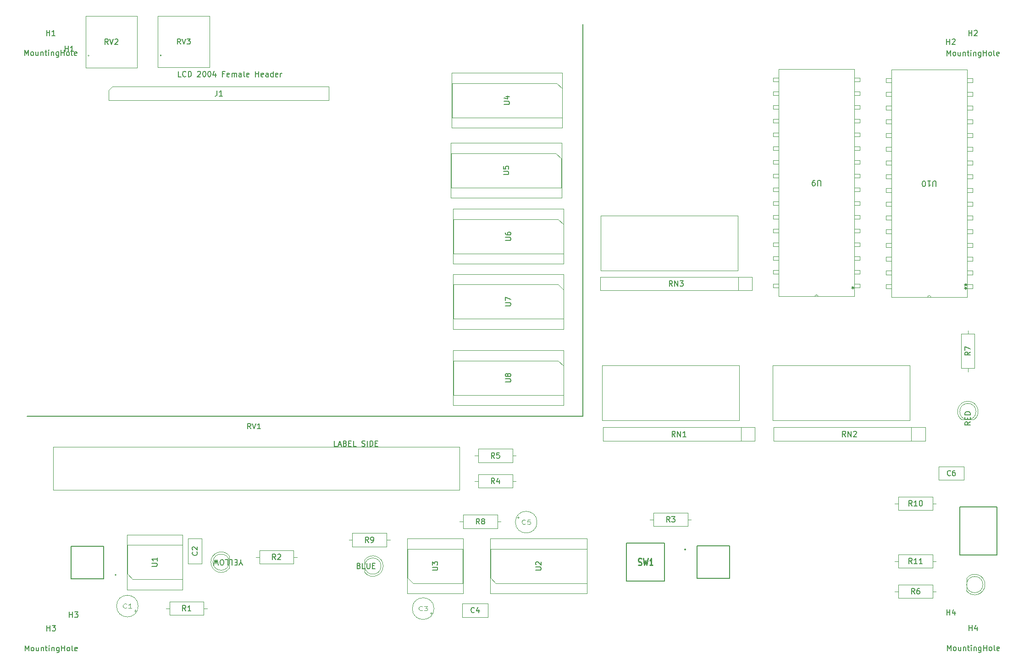
<source format=gbr>
%TF.GenerationSoftware,KiCad,Pcbnew,7.0.10*%
%TF.CreationDate,2024-03-17T10:20:00-07:00*%
%TF.ProjectId,cpu,6370752e-6b69-4636-9164-5f7063625858,1.1*%
%TF.SameCoordinates,Original*%
%TF.FileFunction,AssemblyDrawing,Top*%
%FSLAX46Y46*%
G04 Gerber Fmt 4.6, Leading zero omitted, Abs format (unit mm)*
G04 Created by KiCad (PCBNEW 7.0.10) date 2024-03-17 10:20:00*
%MOMM*%
%LPD*%
G01*
G04 APERTURE LIST*
%ADD10C,0.200000*%
%ADD11C,0.141000*%
%ADD12C,0.250000*%
%ADD13C,0.150000*%
%ADD14C,0.120000*%
%ADD15C,0.100000*%
%ADD16C,0.025400*%
%ADD17C,0.127000*%
G04 APERTURE END LIST*
D10*
X42164000Y-100965000D02*
X144780000Y-100965000D01*
X144780000Y-28448000D02*
X144780000Y-100965000D01*
D11*
X212690333Y-111846006D02*
X212645571Y-111890768D01*
X212645571Y-111890768D02*
X212511285Y-111935529D01*
X212511285Y-111935529D02*
X212421761Y-111935529D01*
X212421761Y-111935529D02*
X212287476Y-111890768D01*
X212287476Y-111890768D02*
X212197952Y-111801244D01*
X212197952Y-111801244D02*
X212153190Y-111711720D01*
X212153190Y-111711720D02*
X212108428Y-111532672D01*
X212108428Y-111532672D02*
X212108428Y-111398387D01*
X212108428Y-111398387D02*
X212153190Y-111219339D01*
X212153190Y-111219339D02*
X212197952Y-111129815D01*
X212197952Y-111129815D02*
X212287476Y-111040291D01*
X212287476Y-111040291D02*
X212421761Y-110995529D01*
X212421761Y-110995529D02*
X212511285Y-110995529D01*
X212511285Y-110995529D02*
X212645571Y-111040291D01*
X212645571Y-111040291D02*
X212690333Y-111085053D01*
X213496047Y-110995529D02*
X213317000Y-110995529D01*
X213317000Y-110995529D02*
X213227476Y-111040291D01*
X213227476Y-111040291D02*
X213182714Y-111085053D01*
X213182714Y-111085053D02*
X213093190Y-111219339D01*
X213093190Y-111219339D02*
X213048428Y-111398387D01*
X213048428Y-111398387D02*
X213048428Y-111756482D01*
X213048428Y-111756482D02*
X213093190Y-111846006D01*
X213093190Y-111846006D02*
X213137952Y-111890768D01*
X213137952Y-111890768D02*
X213227476Y-111935529D01*
X213227476Y-111935529D02*
X213406523Y-111935529D01*
X213406523Y-111935529D02*
X213496047Y-111890768D01*
X213496047Y-111890768D02*
X213540809Y-111846006D01*
X213540809Y-111846006D02*
X213585571Y-111756482D01*
X213585571Y-111756482D02*
X213585571Y-111532672D01*
X213585571Y-111532672D02*
X213540809Y-111443148D01*
X213540809Y-111443148D02*
X213496047Y-111398387D01*
X213496047Y-111398387D02*
X213406523Y-111353625D01*
X213406523Y-111353625D02*
X213227476Y-111353625D01*
X213227476Y-111353625D02*
X213137952Y-111398387D01*
X213137952Y-111398387D02*
X213093190Y-111443148D01*
X213093190Y-111443148D02*
X213048428Y-111532672D01*
D12*
X155056667Y-128444050D02*
X155199524Y-128504526D01*
X155199524Y-128504526D02*
X155437619Y-128504526D01*
X155437619Y-128504526D02*
X155532857Y-128444050D01*
X155532857Y-128444050D02*
X155580476Y-128383573D01*
X155580476Y-128383573D02*
X155628095Y-128262621D01*
X155628095Y-128262621D02*
X155628095Y-128141669D01*
X155628095Y-128141669D02*
X155580476Y-128020716D01*
X155580476Y-128020716D02*
X155532857Y-127960240D01*
X155532857Y-127960240D02*
X155437619Y-127899764D01*
X155437619Y-127899764D02*
X155247143Y-127839288D01*
X155247143Y-127839288D02*
X155151905Y-127778811D01*
X155151905Y-127778811D02*
X155104286Y-127718335D01*
X155104286Y-127718335D02*
X155056667Y-127597383D01*
X155056667Y-127597383D02*
X155056667Y-127476430D01*
X155056667Y-127476430D02*
X155104286Y-127355478D01*
X155104286Y-127355478D02*
X155151905Y-127295002D01*
X155151905Y-127295002D02*
X155247143Y-127234526D01*
X155247143Y-127234526D02*
X155485238Y-127234526D01*
X155485238Y-127234526D02*
X155628095Y-127295002D01*
X155961429Y-127234526D02*
X156199524Y-128504526D01*
X156199524Y-128504526D02*
X156390000Y-127597383D01*
X156390000Y-127597383D02*
X156580476Y-128504526D01*
X156580476Y-128504526D02*
X156818572Y-127234526D01*
X157723333Y-128504526D02*
X157151905Y-128504526D01*
X157437619Y-128504526D02*
X157437619Y-127234526D01*
X157437619Y-127234526D02*
X157342381Y-127415954D01*
X157342381Y-127415954D02*
X157247143Y-127536907D01*
X157247143Y-127536907D02*
X157151905Y-127597383D01*
D13*
X130518819Y-94614904D02*
X131328342Y-94614904D01*
X131328342Y-94614904D02*
X131423580Y-94567285D01*
X131423580Y-94567285D02*
X131471200Y-94519666D01*
X131471200Y-94519666D02*
X131518819Y-94424428D01*
X131518819Y-94424428D02*
X131518819Y-94233952D01*
X131518819Y-94233952D02*
X131471200Y-94138714D01*
X131471200Y-94138714D02*
X131423580Y-94091095D01*
X131423580Y-94091095D02*
X131328342Y-94043476D01*
X131328342Y-94043476D02*
X130518819Y-94043476D01*
X130947390Y-93424428D02*
X130899771Y-93519666D01*
X130899771Y-93519666D02*
X130852152Y-93567285D01*
X130852152Y-93567285D02*
X130756914Y-93614904D01*
X130756914Y-93614904D02*
X130709295Y-93614904D01*
X130709295Y-93614904D02*
X130614057Y-93567285D01*
X130614057Y-93567285D02*
X130566438Y-93519666D01*
X130566438Y-93519666D02*
X130518819Y-93424428D01*
X130518819Y-93424428D02*
X130518819Y-93233952D01*
X130518819Y-93233952D02*
X130566438Y-93138714D01*
X130566438Y-93138714D02*
X130614057Y-93091095D01*
X130614057Y-93091095D02*
X130709295Y-93043476D01*
X130709295Y-93043476D02*
X130756914Y-93043476D01*
X130756914Y-93043476D02*
X130852152Y-93091095D01*
X130852152Y-93091095D02*
X130899771Y-93138714D01*
X130899771Y-93138714D02*
X130947390Y-93233952D01*
X130947390Y-93233952D02*
X130947390Y-93424428D01*
X130947390Y-93424428D02*
X130995009Y-93519666D01*
X130995009Y-93519666D02*
X131042628Y-93567285D01*
X131042628Y-93567285D02*
X131137866Y-93614904D01*
X131137866Y-93614904D02*
X131328342Y-93614904D01*
X131328342Y-93614904D02*
X131423580Y-93567285D01*
X131423580Y-93567285D02*
X131471200Y-93519666D01*
X131471200Y-93519666D02*
X131518819Y-93424428D01*
X131518819Y-93424428D02*
X131518819Y-93233952D01*
X131518819Y-93233952D02*
X131471200Y-93138714D01*
X131471200Y-93138714D02*
X131423580Y-93091095D01*
X131423580Y-93091095D02*
X131328342Y-93043476D01*
X131328342Y-93043476D02*
X131137866Y-93043476D01*
X131137866Y-93043476D02*
X131042628Y-93091095D01*
X131042628Y-93091095D02*
X130995009Y-93138714D01*
X130995009Y-93138714D02*
X130947390Y-93233952D01*
X128509733Y-108709619D02*
X128176400Y-108233428D01*
X127938305Y-108709619D02*
X127938305Y-107709619D01*
X127938305Y-107709619D02*
X128319257Y-107709619D01*
X128319257Y-107709619D02*
X128414495Y-107757238D01*
X128414495Y-107757238D02*
X128462114Y-107804857D01*
X128462114Y-107804857D02*
X128509733Y-107900095D01*
X128509733Y-107900095D02*
X128509733Y-108042952D01*
X128509733Y-108042952D02*
X128462114Y-108138190D01*
X128462114Y-108138190D02*
X128414495Y-108185809D01*
X128414495Y-108185809D02*
X128319257Y-108233428D01*
X128319257Y-108233428D02*
X127938305Y-108233428D01*
X129414495Y-107709619D02*
X128938305Y-107709619D01*
X128938305Y-107709619D02*
X128890686Y-108185809D01*
X128890686Y-108185809D02*
X128938305Y-108138190D01*
X128938305Y-108138190D02*
X129033543Y-108090571D01*
X129033543Y-108090571D02*
X129271638Y-108090571D01*
X129271638Y-108090571D02*
X129366876Y-108138190D01*
X129366876Y-108138190D02*
X129414495Y-108185809D01*
X129414495Y-108185809D02*
X129462114Y-108281047D01*
X129462114Y-108281047D02*
X129462114Y-108519142D01*
X129462114Y-108519142D02*
X129414495Y-108614380D01*
X129414495Y-108614380D02*
X129366876Y-108662000D01*
X129366876Y-108662000D02*
X129271638Y-108709619D01*
X129271638Y-108709619D02*
X129033543Y-108709619D01*
X129033543Y-108709619D02*
X128938305Y-108662000D01*
X128938305Y-108662000D02*
X128890686Y-108614380D01*
X130518819Y-68452904D02*
X131328342Y-68452904D01*
X131328342Y-68452904D02*
X131423580Y-68405285D01*
X131423580Y-68405285D02*
X131471200Y-68357666D01*
X131471200Y-68357666D02*
X131518819Y-68262428D01*
X131518819Y-68262428D02*
X131518819Y-68071952D01*
X131518819Y-68071952D02*
X131471200Y-67976714D01*
X131471200Y-67976714D02*
X131423580Y-67929095D01*
X131423580Y-67929095D02*
X131328342Y-67881476D01*
X131328342Y-67881476D02*
X130518819Y-67881476D01*
X130518819Y-66976714D02*
X130518819Y-67167190D01*
X130518819Y-67167190D02*
X130566438Y-67262428D01*
X130566438Y-67262428D02*
X130614057Y-67310047D01*
X130614057Y-67310047D02*
X130756914Y-67405285D01*
X130756914Y-67405285D02*
X130947390Y-67452904D01*
X130947390Y-67452904D02*
X131328342Y-67452904D01*
X131328342Y-67452904D02*
X131423580Y-67405285D01*
X131423580Y-67405285D02*
X131471200Y-67357666D01*
X131471200Y-67357666D02*
X131518819Y-67262428D01*
X131518819Y-67262428D02*
X131518819Y-67071952D01*
X131518819Y-67071952D02*
X131471200Y-66976714D01*
X131471200Y-66976714D02*
X131423580Y-66929095D01*
X131423580Y-66929095D02*
X131328342Y-66881476D01*
X131328342Y-66881476D02*
X131090247Y-66881476D01*
X131090247Y-66881476D02*
X130995009Y-66929095D01*
X130995009Y-66929095D02*
X130947390Y-66976714D01*
X130947390Y-66976714D02*
X130899771Y-67071952D01*
X130899771Y-67071952D02*
X130899771Y-67262428D01*
X130899771Y-67262428D02*
X130947390Y-67357666D01*
X130947390Y-67357666D02*
X130995009Y-67405285D01*
X130995009Y-67405285D02*
X131090247Y-67452904D01*
X205600142Y-128218819D02*
X205266809Y-127742628D01*
X205028714Y-128218819D02*
X205028714Y-127218819D01*
X205028714Y-127218819D02*
X205409666Y-127218819D01*
X205409666Y-127218819D02*
X205504904Y-127266438D01*
X205504904Y-127266438D02*
X205552523Y-127314057D01*
X205552523Y-127314057D02*
X205600142Y-127409295D01*
X205600142Y-127409295D02*
X205600142Y-127552152D01*
X205600142Y-127552152D02*
X205552523Y-127647390D01*
X205552523Y-127647390D02*
X205504904Y-127695009D01*
X205504904Y-127695009D02*
X205409666Y-127742628D01*
X205409666Y-127742628D02*
X205028714Y-127742628D01*
X206552523Y-128218819D02*
X205981095Y-128218819D01*
X206266809Y-128218819D02*
X206266809Y-127218819D01*
X206266809Y-127218819D02*
X206171571Y-127361676D01*
X206171571Y-127361676D02*
X206076333Y-127456914D01*
X206076333Y-127456914D02*
X205981095Y-127504533D01*
X207504904Y-128218819D02*
X206933476Y-128218819D01*
X207219190Y-128218819D02*
X207219190Y-127218819D01*
X207219190Y-127218819D02*
X207123952Y-127361676D01*
X207123952Y-127361676D02*
X207028714Y-127456914D01*
X207028714Y-127456914D02*
X206933476Y-127504533D01*
X160863333Y-120504819D02*
X160530000Y-120028628D01*
X160291905Y-120504819D02*
X160291905Y-119504819D01*
X160291905Y-119504819D02*
X160672857Y-119504819D01*
X160672857Y-119504819D02*
X160768095Y-119552438D01*
X160768095Y-119552438D02*
X160815714Y-119600057D01*
X160815714Y-119600057D02*
X160863333Y-119695295D01*
X160863333Y-119695295D02*
X160863333Y-119838152D01*
X160863333Y-119838152D02*
X160815714Y-119933390D01*
X160815714Y-119933390D02*
X160768095Y-119981009D01*
X160768095Y-119981009D02*
X160672857Y-120028628D01*
X160672857Y-120028628D02*
X160291905Y-120028628D01*
X161196667Y-119504819D02*
X161815714Y-119504819D01*
X161815714Y-119504819D02*
X161482381Y-119885771D01*
X161482381Y-119885771D02*
X161625238Y-119885771D01*
X161625238Y-119885771D02*
X161720476Y-119933390D01*
X161720476Y-119933390D02*
X161768095Y-119981009D01*
X161768095Y-119981009D02*
X161815714Y-120076247D01*
X161815714Y-120076247D02*
X161815714Y-120314342D01*
X161815714Y-120314342D02*
X161768095Y-120409580D01*
X161768095Y-120409580D02*
X161720476Y-120457200D01*
X161720476Y-120457200D02*
X161625238Y-120504819D01*
X161625238Y-120504819D02*
X161339524Y-120504819D01*
X161339524Y-120504819D02*
X161244286Y-120457200D01*
X161244286Y-120457200D02*
X161196667Y-120409580D01*
X57189761Y-32192119D02*
X56856428Y-31715928D01*
X56618333Y-32192119D02*
X56618333Y-31192119D01*
X56618333Y-31192119D02*
X56999285Y-31192119D01*
X56999285Y-31192119D02*
X57094523Y-31239738D01*
X57094523Y-31239738D02*
X57142142Y-31287357D01*
X57142142Y-31287357D02*
X57189761Y-31382595D01*
X57189761Y-31382595D02*
X57189761Y-31525452D01*
X57189761Y-31525452D02*
X57142142Y-31620690D01*
X57142142Y-31620690D02*
X57094523Y-31668309D01*
X57094523Y-31668309D02*
X56999285Y-31715928D01*
X56999285Y-31715928D02*
X56618333Y-31715928D01*
X57475476Y-31192119D02*
X57808809Y-32192119D01*
X57808809Y-32192119D02*
X58142142Y-31192119D01*
X58427857Y-31287357D02*
X58475476Y-31239738D01*
X58475476Y-31239738D02*
X58570714Y-31192119D01*
X58570714Y-31192119D02*
X58808809Y-31192119D01*
X58808809Y-31192119D02*
X58904047Y-31239738D01*
X58904047Y-31239738D02*
X58951666Y-31287357D01*
X58951666Y-31287357D02*
X58999285Y-31382595D01*
X58999285Y-31382595D02*
X58999285Y-31477833D01*
X58999285Y-31477833D02*
X58951666Y-31620690D01*
X58951666Y-31620690D02*
X58380238Y-32192119D01*
X58380238Y-32192119D02*
X58999285Y-32192119D01*
X50018095Y-138144819D02*
X50018095Y-137144819D01*
X50018095Y-137621009D02*
X50589523Y-137621009D01*
X50589523Y-138144819D02*
X50589523Y-137144819D01*
X50970476Y-137144819D02*
X51589523Y-137144819D01*
X51589523Y-137144819D02*
X51256190Y-137525771D01*
X51256190Y-137525771D02*
X51399047Y-137525771D01*
X51399047Y-137525771D02*
X51494285Y-137573390D01*
X51494285Y-137573390D02*
X51541904Y-137621009D01*
X51541904Y-137621009D02*
X51589523Y-137716247D01*
X51589523Y-137716247D02*
X51589523Y-137954342D01*
X51589523Y-137954342D02*
X51541904Y-138049580D01*
X51541904Y-138049580D02*
X51494285Y-138097200D01*
X51494285Y-138097200D02*
X51399047Y-138144819D01*
X51399047Y-138144819D02*
X51113333Y-138144819D01*
X51113333Y-138144819D02*
X51018095Y-138097200D01*
X51018095Y-138097200D02*
X50970476Y-138049580D01*
X41854285Y-144334819D02*
X41854285Y-143334819D01*
X41854285Y-143334819D02*
X42187618Y-144049104D01*
X42187618Y-144049104D02*
X42520951Y-143334819D01*
X42520951Y-143334819D02*
X42520951Y-144334819D01*
X43139999Y-144334819D02*
X43044761Y-144287200D01*
X43044761Y-144287200D02*
X42997142Y-144239580D01*
X42997142Y-144239580D02*
X42949523Y-144144342D01*
X42949523Y-144144342D02*
X42949523Y-143858628D01*
X42949523Y-143858628D02*
X42997142Y-143763390D01*
X42997142Y-143763390D02*
X43044761Y-143715771D01*
X43044761Y-143715771D02*
X43139999Y-143668152D01*
X43139999Y-143668152D02*
X43282856Y-143668152D01*
X43282856Y-143668152D02*
X43378094Y-143715771D01*
X43378094Y-143715771D02*
X43425713Y-143763390D01*
X43425713Y-143763390D02*
X43473332Y-143858628D01*
X43473332Y-143858628D02*
X43473332Y-144144342D01*
X43473332Y-144144342D02*
X43425713Y-144239580D01*
X43425713Y-144239580D02*
X43378094Y-144287200D01*
X43378094Y-144287200D02*
X43282856Y-144334819D01*
X43282856Y-144334819D02*
X43139999Y-144334819D01*
X44330475Y-143668152D02*
X44330475Y-144334819D01*
X43901904Y-143668152D02*
X43901904Y-144191961D01*
X43901904Y-144191961D02*
X43949523Y-144287200D01*
X43949523Y-144287200D02*
X44044761Y-144334819D01*
X44044761Y-144334819D02*
X44187618Y-144334819D01*
X44187618Y-144334819D02*
X44282856Y-144287200D01*
X44282856Y-144287200D02*
X44330475Y-144239580D01*
X44806666Y-143668152D02*
X44806666Y-144334819D01*
X44806666Y-143763390D02*
X44854285Y-143715771D01*
X44854285Y-143715771D02*
X44949523Y-143668152D01*
X44949523Y-143668152D02*
X45092380Y-143668152D01*
X45092380Y-143668152D02*
X45187618Y-143715771D01*
X45187618Y-143715771D02*
X45235237Y-143811009D01*
X45235237Y-143811009D02*
X45235237Y-144334819D01*
X45568571Y-143668152D02*
X45949523Y-143668152D01*
X45711428Y-143334819D02*
X45711428Y-144191961D01*
X45711428Y-144191961D02*
X45759047Y-144287200D01*
X45759047Y-144287200D02*
X45854285Y-144334819D01*
X45854285Y-144334819D02*
X45949523Y-144334819D01*
X46282857Y-144334819D02*
X46282857Y-143668152D01*
X46282857Y-143334819D02*
X46235238Y-143382438D01*
X46235238Y-143382438D02*
X46282857Y-143430057D01*
X46282857Y-143430057D02*
X46330476Y-143382438D01*
X46330476Y-143382438D02*
X46282857Y-143334819D01*
X46282857Y-143334819D02*
X46282857Y-143430057D01*
X46759047Y-143668152D02*
X46759047Y-144334819D01*
X46759047Y-143763390D02*
X46806666Y-143715771D01*
X46806666Y-143715771D02*
X46901904Y-143668152D01*
X46901904Y-143668152D02*
X47044761Y-143668152D01*
X47044761Y-143668152D02*
X47139999Y-143715771D01*
X47139999Y-143715771D02*
X47187618Y-143811009D01*
X47187618Y-143811009D02*
X47187618Y-144334819D01*
X48092380Y-143668152D02*
X48092380Y-144477676D01*
X48092380Y-144477676D02*
X48044761Y-144572914D01*
X48044761Y-144572914D02*
X47997142Y-144620533D01*
X47997142Y-144620533D02*
X47901904Y-144668152D01*
X47901904Y-144668152D02*
X47759047Y-144668152D01*
X47759047Y-144668152D02*
X47663809Y-144620533D01*
X48092380Y-144287200D02*
X47997142Y-144334819D01*
X47997142Y-144334819D02*
X47806666Y-144334819D01*
X47806666Y-144334819D02*
X47711428Y-144287200D01*
X47711428Y-144287200D02*
X47663809Y-144239580D01*
X47663809Y-144239580D02*
X47616190Y-144144342D01*
X47616190Y-144144342D02*
X47616190Y-143858628D01*
X47616190Y-143858628D02*
X47663809Y-143763390D01*
X47663809Y-143763390D02*
X47711428Y-143715771D01*
X47711428Y-143715771D02*
X47806666Y-143668152D01*
X47806666Y-143668152D02*
X47997142Y-143668152D01*
X47997142Y-143668152D02*
X48092380Y-143715771D01*
X48568571Y-144334819D02*
X48568571Y-143334819D01*
X48568571Y-143811009D02*
X49139999Y-143811009D01*
X49139999Y-144334819D02*
X49139999Y-143334819D01*
X49759047Y-144334819D02*
X49663809Y-144287200D01*
X49663809Y-144287200D02*
X49616190Y-144239580D01*
X49616190Y-144239580D02*
X49568571Y-144144342D01*
X49568571Y-144144342D02*
X49568571Y-143858628D01*
X49568571Y-143858628D02*
X49616190Y-143763390D01*
X49616190Y-143763390D02*
X49663809Y-143715771D01*
X49663809Y-143715771D02*
X49759047Y-143668152D01*
X49759047Y-143668152D02*
X49901904Y-143668152D01*
X49901904Y-143668152D02*
X49997142Y-143715771D01*
X49997142Y-143715771D02*
X50044761Y-143763390D01*
X50044761Y-143763390D02*
X50092380Y-143858628D01*
X50092380Y-143858628D02*
X50092380Y-144144342D01*
X50092380Y-144144342D02*
X50044761Y-144239580D01*
X50044761Y-144239580D02*
X49997142Y-144287200D01*
X49997142Y-144287200D02*
X49901904Y-144334819D01*
X49901904Y-144334819D02*
X49759047Y-144334819D01*
X50663809Y-144334819D02*
X50568571Y-144287200D01*
X50568571Y-144287200D02*
X50520952Y-144191961D01*
X50520952Y-144191961D02*
X50520952Y-143334819D01*
X51425714Y-144287200D02*
X51330476Y-144334819D01*
X51330476Y-144334819D02*
X51140000Y-144334819D01*
X51140000Y-144334819D02*
X51044762Y-144287200D01*
X51044762Y-144287200D02*
X50997143Y-144191961D01*
X50997143Y-144191961D02*
X50997143Y-143811009D01*
X50997143Y-143811009D02*
X51044762Y-143715771D01*
X51044762Y-143715771D02*
X51140000Y-143668152D01*
X51140000Y-143668152D02*
X51330476Y-143668152D01*
X51330476Y-143668152D02*
X51425714Y-143715771D01*
X51425714Y-143715771D02*
X51473333Y-143811009D01*
X51473333Y-143811009D02*
X51473333Y-143906247D01*
X51473333Y-143906247D02*
X50997143Y-144001485D01*
X45878095Y-140634819D02*
X45878095Y-139634819D01*
X45878095Y-140111009D02*
X46449523Y-140111009D01*
X46449523Y-140634819D02*
X46449523Y-139634819D01*
X46830476Y-139634819D02*
X47449523Y-139634819D01*
X47449523Y-139634819D02*
X47116190Y-140015771D01*
X47116190Y-140015771D02*
X47259047Y-140015771D01*
X47259047Y-140015771D02*
X47354285Y-140063390D01*
X47354285Y-140063390D02*
X47401904Y-140111009D01*
X47401904Y-140111009D02*
X47449523Y-140206247D01*
X47449523Y-140206247D02*
X47449523Y-140444342D01*
X47449523Y-140444342D02*
X47401904Y-140539580D01*
X47401904Y-140539580D02*
X47354285Y-140587200D01*
X47354285Y-140587200D02*
X47259047Y-140634819D01*
X47259047Y-140634819D02*
X46973333Y-140634819D01*
X46973333Y-140634819D02*
X46878095Y-140587200D01*
X46878095Y-140587200D02*
X46830476Y-140539580D01*
X125723333Y-120884819D02*
X125390000Y-120408628D01*
X125151905Y-120884819D02*
X125151905Y-119884819D01*
X125151905Y-119884819D02*
X125532857Y-119884819D01*
X125532857Y-119884819D02*
X125628095Y-119932438D01*
X125628095Y-119932438D02*
X125675714Y-119980057D01*
X125675714Y-119980057D02*
X125723333Y-120075295D01*
X125723333Y-120075295D02*
X125723333Y-120218152D01*
X125723333Y-120218152D02*
X125675714Y-120313390D01*
X125675714Y-120313390D02*
X125628095Y-120361009D01*
X125628095Y-120361009D02*
X125532857Y-120408628D01*
X125532857Y-120408628D02*
X125151905Y-120408628D01*
X126294762Y-120313390D02*
X126199524Y-120265771D01*
X126199524Y-120265771D02*
X126151905Y-120218152D01*
X126151905Y-120218152D02*
X126104286Y-120122914D01*
X126104286Y-120122914D02*
X126104286Y-120075295D01*
X126104286Y-120075295D02*
X126151905Y-119980057D01*
X126151905Y-119980057D02*
X126199524Y-119932438D01*
X126199524Y-119932438D02*
X126294762Y-119884819D01*
X126294762Y-119884819D02*
X126485238Y-119884819D01*
X126485238Y-119884819D02*
X126580476Y-119932438D01*
X126580476Y-119932438D02*
X126628095Y-119980057D01*
X126628095Y-119980057D02*
X126675714Y-120075295D01*
X126675714Y-120075295D02*
X126675714Y-120122914D01*
X126675714Y-120122914D02*
X126628095Y-120218152D01*
X126628095Y-120218152D02*
X126580476Y-120265771D01*
X126580476Y-120265771D02*
X126485238Y-120313390D01*
X126485238Y-120313390D02*
X126294762Y-120313390D01*
X126294762Y-120313390D02*
X126199524Y-120361009D01*
X126199524Y-120361009D02*
X126151905Y-120408628D01*
X126151905Y-120408628D02*
X126104286Y-120503866D01*
X126104286Y-120503866D02*
X126104286Y-120694342D01*
X126104286Y-120694342D02*
X126151905Y-120789580D01*
X126151905Y-120789580D02*
X126199524Y-120837200D01*
X126199524Y-120837200D02*
X126294762Y-120884819D01*
X126294762Y-120884819D02*
X126485238Y-120884819D01*
X126485238Y-120884819D02*
X126580476Y-120837200D01*
X126580476Y-120837200D02*
X126628095Y-120789580D01*
X126628095Y-120789580D02*
X126675714Y-120694342D01*
X126675714Y-120694342D02*
X126675714Y-120503866D01*
X126675714Y-120503866D02*
X126628095Y-120408628D01*
X126628095Y-120408628D02*
X126580476Y-120361009D01*
X126580476Y-120361009D02*
X126485238Y-120313390D01*
X210026094Y-58457180D02*
X210026094Y-57647657D01*
X210026094Y-57647657D02*
X209978475Y-57552419D01*
X209978475Y-57552419D02*
X209930856Y-57504800D01*
X209930856Y-57504800D02*
X209835618Y-57457180D01*
X209835618Y-57457180D02*
X209645142Y-57457180D01*
X209645142Y-57457180D02*
X209549904Y-57504800D01*
X209549904Y-57504800D02*
X209502285Y-57552419D01*
X209502285Y-57552419D02*
X209454666Y-57647657D01*
X209454666Y-57647657D02*
X209454666Y-58457180D01*
X208454666Y-57457180D02*
X209026094Y-57457180D01*
X208740380Y-57457180D02*
X208740380Y-58457180D01*
X208740380Y-58457180D02*
X208835618Y-58314323D01*
X208835618Y-58314323D02*
X208930856Y-58219085D01*
X208930856Y-58219085D02*
X209026094Y-58171466D01*
X207835618Y-58457180D02*
X207740380Y-58457180D01*
X207740380Y-58457180D02*
X207645142Y-58409561D01*
X207645142Y-58409561D02*
X207597523Y-58361942D01*
X207597523Y-58361942D02*
X207549904Y-58266704D01*
X207549904Y-58266704D02*
X207502285Y-58076228D01*
X207502285Y-58076228D02*
X207502285Y-57838133D01*
X207502285Y-57838133D02*
X207549904Y-57647657D01*
X207549904Y-57647657D02*
X207597523Y-57552419D01*
X207597523Y-57552419D02*
X207645142Y-57504800D01*
X207645142Y-57504800D02*
X207740380Y-57457180D01*
X207740380Y-57457180D02*
X207835618Y-57457180D01*
X207835618Y-57457180D02*
X207930856Y-57504800D01*
X207930856Y-57504800D02*
X207978475Y-57552419D01*
X207978475Y-57552419D02*
X208026094Y-57647657D01*
X208026094Y-57647657D02*
X208073713Y-57838133D01*
X208073713Y-57838133D02*
X208073713Y-58076228D01*
X208073713Y-58076228D02*
X208026094Y-58266704D01*
X208026094Y-58266704D02*
X207978475Y-58361942D01*
X207978475Y-58361942D02*
X207930856Y-58409561D01*
X207930856Y-58409561D02*
X207835618Y-58457180D01*
X215518999Y-77507180D02*
X215518999Y-77269085D01*
X215757094Y-77364323D02*
X215518999Y-77269085D01*
X215518999Y-77269085D02*
X215280904Y-77364323D01*
X215661856Y-77078609D02*
X215518999Y-77269085D01*
X215518999Y-77269085D02*
X215376142Y-77078609D01*
X215519000Y-76416819D02*
X215519000Y-76654914D01*
X215280905Y-76559676D02*
X215519000Y-76654914D01*
X215519000Y-76654914D02*
X215757095Y-76559676D01*
X215376143Y-76845390D02*
X215519000Y-76654914D01*
X215519000Y-76654914D02*
X215661857Y-76845390D01*
X88098333Y-127454819D02*
X87765000Y-126978628D01*
X87526905Y-127454819D02*
X87526905Y-126454819D01*
X87526905Y-126454819D02*
X87907857Y-126454819D01*
X87907857Y-126454819D02*
X88003095Y-126502438D01*
X88003095Y-126502438D02*
X88050714Y-126550057D01*
X88050714Y-126550057D02*
X88098333Y-126645295D01*
X88098333Y-126645295D02*
X88098333Y-126788152D01*
X88098333Y-126788152D02*
X88050714Y-126883390D01*
X88050714Y-126883390D02*
X88003095Y-126931009D01*
X88003095Y-126931009D02*
X87907857Y-126978628D01*
X87907857Y-126978628D02*
X87526905Y-126978628D01*
X88479286Y-126550057D02*
X88526905Y-126502438D01*
X88526905Y-126502438D02*
X88622143Y-126454819D01*
X88622143Y-126454819D02*
X88860238Y-126454819D01*
X88860238Y-126454819D02*
X88955476Y-126502438D01*
X88955476Y-126502438D02*
X89003095Y-126550057D01*
X89003095Y-126550057D02*
X89050714Y-126645295D01*
X89050714Y-126645295D02*
X89050714Y-126740533D01*
X89050714Y-126740533D02*
X89003095Y-126883390D01*
X89003095Y-126883390D02*
X88431667Y-127454819D01*
X88431667Y-127454819D02*
X89050714Y-127454819D01*
X161361523Y-76908819D02*
X161028190Y-76432628D01*
X160790095Y-76908819D02*
X160790095Y-75908819D01*
X160790095Y-75908819D02*
X161171047Y-75908819D01*
X161171047Y-75908819D02*
X161266285Y-75956438D01*
X161266285Y-75956438D02*
X161313904Y-76004057D01*
X161313904Y-76004057D02*
X161361523Y-76099295D01*
X161361523Y-76099295D02*
X161361523Y-76242152D01*
X161361523Y-76242152D02*
X161313904Y-76337390D01*
X161313904Y-76337390D02*
X161266285Y-76385009D01*
X161266285Y-76385009D02*
X161171047Y-76432628D01*
X161171047Y-76432628D02*
X160790095Y-76432628D01*
X161790095Y-76908819D02*
X161790095Y-75908819D01*
X161790095Y-75908819D02*
X162361523Y-76908819D01*
X162361523Y-76908819D02*
X162361523Y-75908819D01*
X162742476Y-75908819D02*
X163361523Y-75908819D01*
X163361523Y-75908819D02*
X163028190Y-76289771D01*
X163028190Y-76289771D02*
X163171047Y-76289771D01*
X163171047Y-76289771D02*
X163266285Y-76337390D01*
X163266285Y-76337390D02*
X163313904Y-76385009D01*
X163313904Y-76385009D02*
X163361523Y-76480247D01*
X163361523Y-76480247D02*
X163361523Y-76718342D01*
X163361523Y-76718342D02*
X163313904Y-76813580D01*
X163313904Y-76813580D02*
X163266285Y-76861200D01*
X163266285Y-76861200D02*
X163171047Y-76908819D01*
X163171047Y-76908819D02*
X162885333Y-76908819D01*
X162885333Y-76908819D02*
X162790095Y-76861200D01*
X162790095Y-76861200D02*
X162742476Y-76813580D01*
X136106819Y-129412904D02*
X136916342Y-129412904D01*
X136916342Y-129412904D02*
X137011580Y-129365285D01*
X137011580Y-129365285D02*
X137059200Y-129317666D01*
X137059200Y-129317666D02*
X137106819Y-129222428D01*
X137106819Y-129222428D02*
X137106819Y-129031952D01*
X137106819Y-129031952D02*
X137059200Y-128936714D01*
X137059200Y-128936714D02*
X137011580Y-128889095D01*
X137011580Y-128889095D02*
X136916342Y-128841476D01*
X136916342Y-128841476D02*
X136106819Y-128841476D01*
X136202057Y-128412904D02*
X136154438Y-128365285D01*
X136154438Y-128365285D02*
X136106819Y-128270047D01*
X136106819Y-128270047D02*
X136106819Y-128031952D01*
X136106819Y-128031952D02*
X136154438Y-127936714D01*
X136154438Y-127936714D02*
X136202057Y-127889095D01*
X136202057Y-127889095D02*
X136297295Y-127841476D01*
X136297295Y-127841476D02*
X136392533Y-127841476D01*
X136392533Y-127841476D02*
X136535390Y-127889095D01*
X136535390Y-127889095D02*
X137106819Y-128460523D01*
X137106819Y-128460523D02*
X137106819Y-127841476D01*
X81657142Y-127956371D02*
X81657142Y-127480180D01*
X81990475Y-128480180D02*
X81657142Y-127956371D01*
X81657142Y-127956371D02*
X81323809Y-128480180D01*
X80990475Y-128003990D02*
X80657142Y-128003990D01*
X80514285Y-127480180D02*
X80990475Y-127480180D01*
X80990475Y-127480180D02*
X80990475Y-128480180D01*
X80990475Y-128480180D02*
X80514285Y-128480180D01*
X79609523Y-127480180D02*
X80085713Y-127480180D01*
X80085713Y-127480180D02*
X80085713Y-128480180D01*
X78799999Y-127480180D02*
X79276189Y-127480180D01*
X79276189Y-127480180D02*
X79276189Y-128480180D01*
X78276189Y-128480180D02*
X78085713Y-128480180D01*
X78085713Y-128480180D02*
X77990475Y-128432561D01*
X77990475Y-128432561D02*
X77895237Y-128337323D01*
X77895237Y-128337323D02*
X77847618Y-128146847D01*
X77847618Y-128146847D02*
X77847618Y-127813514D01*
X77847618Y-127813514D02*
X77895237Y-127623038D01*
X77895237Y-127623038D02*
X77990475Y-127527800D01*
X77990475Y-127527800D02*
X78085713Y-127480180D01*
X78085713Y-127480180D02*
X78276189Y-127480180D01*
X78276189Y-127480180D02*
X78371427Y-127527800D01*
X78371427Y-127527800D02*
X78466665Y-127623038D01*
X78466665Y-127623038D02*
X78514284Y-127813514D01*
X78514284Y-127813514D02*
X78514284Y-128146847D01*
X78514284Y-128146847D02*
X78466665Y-128337323D01*
X78466665Y-128337323D02*
X78371427Y-128432561D01*
X78371427Y-128432561D02*
X78276189Y-128480180D01*
X77514284Y-128480180D02*
X77276189Y-127480180D01*
X77276189Y-127480180D02*
X77085713Y-128194466D01*
X77085713Y-128194466D02*
X76895237Y-127480180D01*
X76895237Y-127480180D02*
X76657142Y-128480180D01*
X130264819Y-43306904D02*
X131074342Y-43306904D01*
X131074342Y-43306904D02*
X131169580Y-43259285D01*
X131169580Y-43259285D02*
X131217200Y-43211666D01*
X131217200Y-43211666D02*
X131264819Y-43116428D01*
X131264819Y-43116428D02*
X131264819Y-42925952D01*
X131264819Y-42925952D02*
X131217200Y-42830714D01*
X131217200Y-42830714D02*
X131169580Y-42783095D01*
X131169580Y-42783095D02*
X131074342Y-42735476D01*
X131074342Y-42735476D02*
X130264819Y-42735476D01*
X130598152Y-41830714D02*
X131264819Y-41830714D01*
X130217200Y-42068809D02*
X130931485Y-42306904D01*
X130931485Y-42306904D02*
X130931485Y-41687857D01*
X212018095Y-137694819D02*
X212018095Y-136694819D01*
X212018095Y-137171009D02*
X212589523Y-137171009D01*
X212589523Y-137694819D02*
X212589523Y-136694819D01*
X213494285Y-137028152D02*
X213494285Y-137694819D01*
X213256190Y-136647200D02*
X213018095Y-137361485D01*
X213018095Y-137361485D02*
X213637142Y-137361485D01*
X212104285Y-144284819D02*
X212104285Y-143284819D01*
X212104285Y-143284819D02*
X212437618Y-143999104D01*
X212437618Y-143999104D02*
X212770951Y-143284819D01*
X212770951Y-143284819D02*
X212770951Y-144284819D01*
X213389999Y-144284819D02*
X213294761Y-144237200D01*
X213294761Y-144237200D02*
X213247142Y-144189580D01*
X213247142Y-144189580D02*
X213199523Y-144094342D01*
X213199523Y-144094342D02*
X213199523Y-143808628D01*
X213199523Y-143808628D02*
X213247142Y-143713390D01*
X213247142Y-143713390D02*
X213294761Y-143665771D01*
X213294761Y-143665771D02*
X213389999Y-143618152D01*
X213389999Y-143618152D02*
X213532856Y-143618152D01*
X213532856Y-143618152D02*
X213628094Y-143665771D01*
X213628094Y-143665771D02*
X213675713Y-143713390D01*
X213675713Y-143713390D02*
X213723332Y-143808628D01*
X213723332Y-143808628D02*
X213723332Y-144094342D01*
X213723332Y-144094342D02*
X213675713Y-144189580D01*
X213675713Y-144189580D02*
X213628094Y-144237200D01*
X213628094Y-144237200D02*
X213532856Y-144284819D01*
X213532856Y-144284819D02*
X213389999Y-144284819D01*
X214580475Y-143618152D02*
X214580475Y-144284819D01*
X214151904Y-143618152D02*
X214151904Y-144141961D01*
X214151904Y-144141961D02*
X214199523Y-144237200D01*
X214199523Y-144237200D02*
X214294761Y-144284819D01*
X214294761Y-144284819D02*
X214437618Y-144284819D01*
X214437618Y-144284819D02*
X214532856Y-144237200D01*
X214532856Y-144237200D02*
X214580475Y-144189580D01*
X215056666Y-143618152D02*
X215056666Y-144284819D01*
X215056666Y-143713390D02*
X215104285Y-143665771D01*
X215104285Y-143665771D02*
X215199523Y-143618152D01*
X215199523Y-143618152D02*
X215342380Y-143618152D01*
X215342380Y-143618152D02*
X215437618Y-143665771D01*
X215437618Y-143665771D02*
X215485237Y-143761009D01*
X215485237Y-143761009D02*
X215485237Y-144284819D01*
X215818571Y-143618152D02*
X216199523Y-143618152D01*
X215961428Y-143284819D02*
X215961428Y-144141961D01*
X215961428Y-144141961D02*
X216009047Y-144237200D01*
X216009047Y-144237200D02*
X216104285Y-144284819D01*
X216104285Y-144284819D02*
X216199523Y-144284819D01*
X216532857Y-144284819D02*
X216532857Y-143618152D01*
X216532857Y-143284819D02*
X216485238Y-143332438D01*
X216485238Y-143332438D02*
X216532857Y-143380057D01*
X216532857Y-143380057D02*
X216580476Y-143332438D01*
X216580476Y-143332438D02*
X216532857Y-143284819D01*
X216532857Y-143284819D02*
X216532857Y-143380057D01*
X217009047Y-143618152D02*
X217009047Y-144284819D01*
X217009047Y-143713390D02*
X217056666Y-143665771D01*
X217056666Y-143665771D02*
X217151904Y-143618152D01*
X217151904Y-143618152D02*
X217294761Y-143618152D01*
X217294761Y-143618152D02*
X217389999Y-143665771D01*
X217389999Y-143665771D02*
X217437618Y-143761009D01*
X217437618Y-143761009D02*
X217437618Y-144284819D01*
X218342380Y-143618152D02*
X218342380Y-144427676D01*
X218342380Y-144427676D02*
X218294761Y-144522914D01*
X218294761Y-144522914D02*
X218247142Y-144570533D01*
X218247142Y-144570533D02*
X218151904Y-144618152D01*
X218151904Y-144618152D02*
X218009047Y-144618152D01*
X218009047Y-144618152D02*
X217913809Y-144570533D01*
X218342380Y-144237200D02*
X218247142Y-144284819D01*
X218247142Y-144284819D02*
X218056666Y-144284819D01*
X218056666Y-144284819D02*
X217961428Y-144237200D01*
X217961428Y-144237200D02*
X217913809Y-144189580D01*
X217913809Y-144189580D02*
X217866190Y-144094342D01*
X217866190Y-144094342D02*
X217866190Y-143808628D01*
X217866190Y-143808628D02*
X217913809Y-143713390D01*
X217913809Y-143713390D02*
X217961428Y-143665771D01*
X217961428Y-143665771D02*
X218056666Y-143618152D01*
X218056666Y-143618152D02*
X218247142Y-143618152D01*
X218247142Y-143618152D02*
X218342380Y-143665771D01*
X218818571Y-144284819D02*
X218818571Y-143284819D01*
X218818571Y-143761009D02*
X219389999Y-143761009D01*
X219389999Y-144284819D02*
X219389999Y-143284819D01*
X220009047Y-144284819D02*
X219913809Y-144237200D01*
X219913809Y-144237200D02*
X219866190Y-144189580D01*
X219866190Y-144189580D02*
X219818571Y-144094342D01*
X219818571Y-144094342D02*
X219818571Y-143808628D01*
X219818571Y-143808628D02*
X219866190Y-143713390D01*
X219866190Y-143713390D02*
X219913809Y-143665771D01*
X219913809Y-143665771D02*
X220009047Y-143618152D01*
X220009047Y-143618152D02*
X220151904Y-143618152D01*
X220151904Y-143618152D02*
X220247142Y-143665771D01*
X220247142Y-143665771D02*
X220294761Y-143713390D01*
X220294761Y-143713390D02*
X220342380Y-143808628D01*
X220342380Y-143808628D02*
X220342380Y-144094342D01*
X220342380Y-144094342D02*
X220294761Y-144189580D01*
X220294761Y-144189580D02*
X220247142Y-144237200D01*
X220247142Y-144237200D02*
X220151904Y-144284819D01*
X220151904Y-144284819D02*
X220009047Y-144284819D01*
X220913809Y-144284819D02*
X220818571Y-144237200D01*
X220818571Y-144237200D02*
X220770952Y-144141961D01*
X220770952Y-144141961D02*
X220770952Y-143284819D01*
X221675714Y-144237200D02*
X221580476Y-144284819D01*
X221580476Y-144284819D02*
X221390000Y-144284819D01*
X221390000Y-144284819D02*
X221294762Y-144237200D01*
X221294762Y-144237200D02*
X221247143Y-144141961D01*
X221247143Y-144141961D02*
X221247143Y-143761009D01*
X221247143Y-143761009D02*
X221294762Y-143665771D01*
X221294762Y-143665771D02*
X221390000Y-143618152D01*
X221390000Y-143618152D02*
X221580476Y-143618152D01*
X221580476Y-143618152D02*
X221675714Y-143665771D01*
X221675714Y-143665771D02*
X221723333Y-143761009D01*
X221723333Y-143761009D02*
X221723333Y-143856247D01*
X221723333Y-143856247D02*
X221247143Y-143951485D01*
X216128095Y-140584819D02*
X216128095Y-139584819D01*
X216128095Y-140061009D02*
X216699523Y-140061009D01*
X216699523Y-140584819D02*
X216699523Y-139584819D01*
X217604285Y-139918152D02*
X217604285Y-140584819D01*
X217366190Y-139537200D02*
X217128095Y-140251485D01*
X217128095Y-140251485D02*
X217747142Y-140251485D01*
X216354819Y-101993857D02*
X215878628Y-102327190D01*
X216354819Y-102565285D02*
X215354819Y-102565285D01*
X215354819Y-102565285D02*
X215354819Y-102184333D01*
X215354819Y-102184333D02*
X215402438Y-102089095D01*
X215402438Y-102089095D02*
X215450057Y-102041476D01*
X215450057Y-102041476D02*
X215545295Y-101993857D01*
X215545295Y-101993857D02*
X215688152Y-101993857D01*
X215688152Y-101993857D02*
X215783390Y-102041476D01*
X215783390Y-102041476D02*
X215831009Y-102089095D01*
X215831009Y-102089095D02*
X215878628Y-102184333D01*
X215878628Y-102184333D02*
X215878628Y-102565285D01*
X215831009Y-101565285D02*
X215831009Y-101231952D01*
X216354819Y-101089095D02*
X216354819Y-101565285D01*
X216354819Y-101565285D02*
X215354819Y-101565285D01*
X215354819Y-101565285D02*
X215354819Y-101089095D01*
X216354819Y-100660523D02*
X215354819Y-100660523D01*
X215354819Y-100660523D02*
X215354819Y-100422428D01*
X215354819Y-100422428D02*
X215402438Y-100279571D01*
X215402438Y-100279571D02*
X215497676Y-100184333D01*
X215497676Y-100184333D02*
X215592914Y-100136714D01*
X215592914Y-100136714D02*
X215783390Y-100089095D01*
X215783390Y-100089095D02*
X215926247Y-100089095D01*
X215926247Y-100089095D02*
X216116723Y-100136714D01*
X216116723Y-100136714D02*
X216211961Y-100184333D01*
X216211961Y-100184333D02*
X216307200Y-100279571D01*
X216307200Y-100279571D02*
X216354819Y-100422428D01*
X216354819Y-100422428D02*
X216354819Y-100660523D01*
X65240819Y-128686904D02*
X66050342Y-128686904D01*
X66050342Y-128686904D02*
X66145580Y-128639285D01*
X66145580Y-128639285D02*
X66193200Y-128591666D01*
X66193200Y-128591666D02*
X66240819Y-128496428D01*
X66240819Y-128496428D02*
X66240819Y-128305952D01*
X66240819Y-128305952D02*
X66193200Y-128210714D01*
X66193200Y-128210714D02*
X66145580Y-128163095D01*
X66145580Y-128163095D02*
X66050342Y-128115476D01*
X66050342Y-128115476D02*
X65240819Y-128115476D01*
X66240819Y-127115476D02*
X66240819Y-127686904D01*
X66240819Y-127401190D02*
X65240819Y-127401190D01*
X65240819Y-127401190D02*
X65383676Y-127496428D01*
X65383676Y-127496428D02*
X65478914Y-127591666D01*
X65478914Y-127591666D02*
X65526533Y-127686904D01*
X49245695Y-33481619D02*
X49245695Y-32481619D01*
X49245695Y-32957809D02*
X49817123Y-32957809D01*
X49817123Y-33481619D02*
X49817123Y-32481619D01*
X50817123Y-33481619D02*
X50245695Y-33481619D01*
X50531409Y-33481619D02*
X50531409Y-32481619D01*
X50531409Y-32481619D02*
X50436171Y-32624476D01*
X50436171Y-32624476D02*
X50340933Y-32719714D01*
X50340933Y-32719714D02*
X50245695Y-32767333D01*
X41784285Y-34254819D02*
X41784285Y-33254819D01*
X41784285Y-33254819D02*
X42117618Y-33969104D01*
X42117618Y-33969104D02*
X42450951Y-33254819D01*
X42450951Y-33254819D02*
X42450951Y-34254819D01*
X43069999Y-34254819D02*
X42974761Y-34207200D01*
X42974761Y-34207200D02*
X42927142Y-34159580D01*
X42927142Y-34159580D02*
X42879523Y-34064342D01*
X42879523Y-34064342D02*
X42879523Y-33778628D01*
X42879523Y-33778628D02*
X42927142Y-33683390D01*
X42927142Y-33683390D02*
X42974761Y-33635771D01*
X42974761Y-33635771D02*
X43069999Y-33588152D01*
X43069999Y-33588152D02*
X43212856Y-33588152D01*
X43212856Y-33588152D02*
X43308094Y-33635771D01*
X43308094Y-33635771D02*
X43355713Y-33683390D01*
X43355713Y-33683390D02*
X43403332Y-33778628D01*
X43403332Y-33778628D02*
X43403332Y-34064342D01*
X43403332Y-34064342D02*
X43355713Y-34159580D01*
X43355713Y-34159580D02*
X43308094Y-34207200D01*
X43308094Y-34207200D02*
X43212856Y-34254819D01*
X43212856Y-34254819D02*
X43069999Y-34254819D01*
X44260475Y-33588152D02*
X44260475Y-34254819D01*
X43831904Y-33588152D02*
X43831904Y-34111961D01*
X43831904Y-34111961D02*
X43879523Y-34207200D01*
X43879523Y-34207200D02*
X43974761Y-34254819D01*
X43974761Y-34254819D02*
X44117618Y-34254819D01*
X44117618Y-34254819D02*
X44212856Y-34207200D01*
X44212856Y-34207200D02*
X44260475Y-34159580D01*
X44736666Y-33588152D02*
X44736666Y-34254819D01*
X44736666Y-33683390D02*
X44784285Y-33635771D01*
X44784285Y-33635771D02*
X44879523Y-33588152D01*
X44879523Y-33588152D02*
X45022380Y-33588152D01*
X45022380Y-33588152D02*
X45117618Y-33635771D01*
X45117618Y-33635771D02*
X45165237Y-33731009D01*
X45165237Y-33731009D02*
X45165237Y-34254819D01*
X45498571Y-33588152D02*
X45879523Y-33588152D01*
X45641428Y-33254819D02*
X45641428Y-34111961D01*
X45641428Y-34111961D02*
X45689047Y-34207200D01*
X45689047Y-34207200D02*
X45784285Y-34254819D01*
X45784285Y-34254819D02*
X45879523Y-34254819D01*
X46212857Y-34254819D02*
X46212857Y-33588152D01*
X46212857Y-33254819D02*
X46165238Y-33302438D01*
X46165238Y-33302438D02*
X46212857Y-33350057D01*
X46212857Y-33350057D02*
X46260476Y-33302438D01*
X46260476Y-33302438D02*
X46212857Y-33254819D01*
X46212857Y-33254819D02*
X46212857Y-33350057D01*
X46689047Y-33588152D02*
X46689047Y-34254819D01*
X46689047Y-33683390D02*
X46736666Y-33635771D01*
X46736666Y-33635771D02*
X46831904Y-33588152D01*
X46831904Y-33588152D02*
X46974761Y-33588152D01*
X46974761Y-33588152D02*
X47069999Y-33635771D01*
X47069999Y-33635771D02*
X47117618Y-33731009D01*
X47117618Y-33731009D02*
X47117618Y-34254819D01*
X48022380Y-33588152D02*
X48022380Y-34397676D01*
X48022380Y-34397676D02*
X47974761Y-34492914D01*
X47974761Y-34492914D02*
X47927142Y-34540533D01*
X47927142Y-34540533D02*
X47831904Y-34588152D01*
X47831904Y-34588152D02*
X47689047Y-34588152D01*
X47689047Y-34588152D02*
X47593809Y-34540533D01*
X48022380Y-34207200D02*
X47927142Y-34254819D01*
X47927142Y-34254819D02*
X47736666Y-34254819D01*
X47736666Y-34254819D02*
X47641428Y-34207200D01*
X47641428Y-34207200D02*
X47593809Y-34159580D01*
X47593809Y-34159580D02*
X47546190Y-34064342D01*
X47546190Y-34064342D02*
X47546190Y-33778628D01*
X47546190Y-33778628D02*
X47593809Y-33683390D01*
X47593809Y-33683390D02*
X47641428Y-33635771D01*
X47641428Y-33635771D02*
X47736666Y-33588152D01*
X47736666Y-33588152D02*
X47927142Y-33588152D01*
X47927142Y-33588152D02*
X48022380Y-33635771D01*
X48498571Y-34254819D02*
X48498571Y-33254819D01*
X48498571Y-33731009D02*
X49069999Y-33731009D01*
X49069999Y-34254819D02*
X49069999Y-33254819D01*
X49689047Y-34254819D02*
X49593809Y-34207200D01*
X49593809Y-34207200D02*
X49546190Y-34159580D01*
X49546190Y-34159580D02*
X49498571Y-34064342D01*
X49498571Y-34064342D02*
X49498571Y-33778628D01*
X49498571Y-33778628D02*
X49546190Y-33683390D01*
X49546190Y-33683390D02*
X49593809Y-33635771D01*
X49593809Y-33635771D02*
X49689047Y-33588152D01*
X49689047Y-33588152D02*
X49831904Y-33588152D01*
X49831904Y-33588152D02*
X49927142Y-33635771D01*
X49927142Y-33635771D02*
X49974761Y-33683390D01*
X49974761Y-33683390D02*
X50022380Y-33778628D01*
X50022380Y-33778628D02*
X50022380Y-34064342D01*
X50022380Y-34064342D02*
X49974761Y-34159580D01*
X49974761Y-34159580D02*
X49927142Y-34207200D01*
X49927142Y-34207200D02*
X49831904Y-34254819D01*
X49831904Y-34254819D02*
X49689047Y-34254819D01*
X50593809Y-34254819D02*
X50498571Y-34207200D01*
X50498571Y-34207200D02*
X50450952Y-34111961D01*
X50450952Y-34111961D02*
X50450952Y-33254819D01*
X51355714Y-34207200D02*
X51260476Y-34254819D01*
X51260476Y-34254819D02*
X51070000Y-34254819D01*
X51070000Y-34254819D02*
X50974762Y-34207200D01*
X50974762Y-34207200D02*
X50927143Y-34111961D01*
X50927143Y-34111961D02*
X50927143Y-33731009D01*
X50927143Y-33731009D02*
X50974762Y-33635771D01*
X50974762Y-33635771D02*
X51070000Y-33588152D01*
X51070000Y-33588152D02*
X51260476Y-33588152D01*
X51260476Y-33588152D02*
X51355714Y-33635771D01*
X51355714Y-33635771D02*
X51403333Y-33731009D01*
X51403333Y-33731009D02*
X51403333Y-33826247D01*
X51403333Y-33826247D02*
X50927143Y-33921485D01*
X45808095Y-30554819D02*
X45808095Y-29554819D01*
X45808095Y-30031009D02*
X46379523Y-30031009D01*
X46379523Y-30554819D02*
X46379523Y-29554819D01*
X47379523Y-30554819D02*
X46808095Y-30554819D01*
X47093809Y-30554819D02*
X47093809Y-29554819D01*
X47093809Y-29554819D02*
X46998571Y-29697676D01*
X46998571Y-29697676D02*
X46903333Y-29792914D01*
X46903333Y-29792914D02*
X46808095Y-29840533D01*
X216354819Y-89066666D02*
X215878628Y-89399999D01*
X216354819Y-89638094D02*
X215354819Y-89638094D01*
X215354819Y-89638094D02*
X215354819Y-89257142D01*
X215354819Y-89257142D02*
X215402438Y-89161904D01*
X215402438Y-89161904D02*
X215450057Y-89114285D01*
X215450057Y-89114285D02*
X215545295Y-89066666D01*
X215545295Y-89066666D02*
X215688152Y-89066666D01*
X215688152Y-89066666D02*
X215783390Y-89114285D01*
X215783390Y-89114285D02*
X215831009Y-89161904D01*
X215831009Y-89161904D02*
X215878628Y-89257142D01*
X215878628Y-89257142D02*
X215878628Y-89638094D01*
X215354819Y-88733332D02*
X215354819Y-88066666D01*
X215354819Y-88066666D02*
X216354819Y-88495237D01*
X130518819Y-80517904D02*
X131328342Y-80517904D01*
X131328342Y-80517904D02*
X131423580Y-80470285D01*
X131423580Y-80470285D02*
X131471200Y-80422666D01*
X131471200Y-80422666D02*
X131518819Y-80327428D01*
X131518819Y-80327428D02*
X131518819Y-80136952D01*
X131518819Y-80136952D02*
X131471200Y-80041714D01*
X131471200Y-80041714D02*
X131423580Y-79994095D01*
X131423580Y-79994095D02*
X131328342Y-79946476D01*
X131328342Y-79946476D02*
X130518819Y-79946476D01*
X130518819Y-79565523D02*
X130518819Y-78898857D01*
X130518819Y-78898857D02*
X131518819Y-79327428D01*
X193351523Y-104721819D02*
X193018190Y-104245628D01*
X192780095Y-104721819D02*
X192780095Y-103721819D01*
X192780095Y-103721819D02*
X193161047Y-103721819D01*
X193161047Y-103721819D02*
X193256285Y-103769438D01*
X193256285Y-103769438D02*
X193303904Y-103817057D01*
X193303904Y-103817057D02*
X193351523Y-103912295D01*
X193351523Y-103912295D02*
X193351523Y-104055152D01*
X193351523Y-104055152D02*
X193303904Y-104150390D01*
X193303904Y-104150390D02*
X193256285Y-104198009D01*
X193256285Y-104198009D02*
X193161047Y-104245628D01*
X193161047Y-104245628D02*
X192780095Y-104245628D01*
X193780095Y-104721819D02*
X193780095Y-103721819D01*
X193780095Y-103721819D02*
X194351523Y-104721819D01*
X194351523Y-104721819D02*
X194351523Y-103721819D01*
X194780095Y-103817057D02*
X194827714Y-103769438D01*
X194827714Y-103769438D02*
X194922952Y-103721819D01*
X194922952Y-103721819D02*
X195161047Y-103721819D01*
X195161047Y-103721819D02*
X195256285Y-103769438D01*
X195256285Y-103769438D02*
X195303904Y-103817057D01*
X195303904Y-103817057D02*
X195351523Y-103912295D01*
X195351523Y-103912295D02*
X195351523Y-104007533D01*
X195351523Y-104007533D02*
X195303904Y-104150390D01*
X195303904Y-104150390D02*
X194732476Y-104721819D01*
X194732476Y-104721819D02*
X195351523Y-104721819D01*
D14*
X115165333Y-136812664D02*
X115117714Y-136850760D01*
X115117714Y-136850760D02*
X114974857Y-136888855D01*
X114974857Y-136888855D02*
X114879619Y-136888855D01*
X114879619Y-136888855D02*
X114736762Y-136850760D01*
X114736762Y-136850760D02*
X114641524Y-136774569D01*
X114641524Y-136774569D02*
X114593905Y-136698379D01*
X114593905Y-136698379D02*
X114546286Y-136545998D01*
X114546286Y-136545998D02*
X114546286Y-136431712D01*
X114546286Y-136431712D02*
X114593905Y-136279331D01*
X114593905Y-136279331D02*
X114641524Y-136203140D01*
X114641524Y-136203140D02*
X114736762Y-136126950D01*
X114736762Y-136126950D02*
X114879619Y-136088855D01*
X114879619Y-136088855D02*
X114974857Y-136088855D01*
X114974857Y-136088855D02*
X115117714Y-136126950D01*
X115117714Y-136126950D02*
X115165333Y-136165045D01*
X115498667Y-136088855D02*
X116117714Y-136088855D01*
X116117714Y-136088855D02*
X115784381Y-136393617D01*
X115784381Y-136393617D02*
X115927238Y-136393617D01*
X115927238Y-136393617D02*
X116022476Y-136431712D01*
X116022476Y-136431712D02*
X116070095Y-136469807D01*
X116070095Y-136469807D02*
X116117714Y-136545998D01*
X116117714Y-136545998D02*
X116117714Y-136736474D01*
X116117714Y-136736474D02*
X116070095Y-136812664D01*
X116070095Y-136812664D02*
X116022476Y-136850760D01*
X116022476Y-136850760D02*
X115927238Y-136888855D01*
X115927238Y-136888855D02*
X115641524Y-136888855D01*
X115641524Y-136888855D02*
X115546286Y-136850760D01*
X115546286Y-136850760D02*
X115498667Y-136812664D01*
D13*
X71513333Y-136934819D02*
X71180000Y-136458628D01*
X70941905Y-136934819D02*
X70941905Y-135934819D01*
X70941905Y-135934819D02*
X71322857Y-135934819D01*
X71322857Y-135934819D02*
X71418095Y-135982438D01*
X71418095Y-135982438D02*
X71465714Y-136030057D01*
X71465714Y-136030057D02*
X71513333Y-136125295D01*
X71513333Y-136125295D02*
X71513333Y-136268152D01*
X71513333Y-136268152D02*
X71465714Y-136363390D01*
X71465714Y-136363390D02*
X71418095Y-136411009D01*
X71418095Y-136411009D02*
X71322857Y-136458628D01*
X71322857Y-136458628D02*
X70941905Y-136458628D01*
X72465714Y-136934819D02*
X71894286Y-136934819D01*
X72180000Y-136934819D02*
X72180000Y-135934819D01*
X72180000Y-135934819D02*
X72084762Y-136077676D01*
X72084762Y-136077676D02*
X71989524Y-136172914D01*
X71989524Y-136172914D02*
X71894286Y-136220533D01*
D11*
X73548006Y-126046666D02*
X73592768Y-126094285D01*
X73592768Y-126094285D02*
X73637529Y-126237142D01*
X73637529Y-126237142D02*
X73637529Y-126332380D01*
X73637529Y-126332380D02*
X73592768Y-126475237D01*
X73592768Y-126475237D02*
X73503244Y-126570475D01*
X73503244Y-126570475D02*
X73413720Y-126618094D01*
X73413720Y-126618094D02*
X73234672Y-126665713D01*
X73234672Y-126665713D02*
X73100387Y-126665713D01*
X73100387Y-126665713D02*
X72921339Y-126618094D01*
X72921339Y-126618094D02*
X72831815Y-126570475D01*
X72831815Y-126570475D02*
X72742291Y-126475237D01*
X72742291Y-126475237D02*
X72697529Y-126332380D01*
X72697529Y-126332380D02*
X72697529Y-126237142D01*
X72697529Y-126237142D02*
X72742291Y-126094285D01*
X72742291Y-126094285D02*
X72787053Y-126046666D01*
X72787053Y-125665713D02*
X72742291Y-125618094D01*
X72742291Y-125618094D02*
X72697529Y-125522856D01*
X72697529Y-125522856D02*
X72697529Y-125284761D01*
X72697529Y-125284761D02*
X72742291Y-125189523D01*
X72742291Y-125189523D02*
X72787053Y-125141904D01*
X72787053Y-125141904D02*
X72876577Y-125094285D01*
X72876577Y-125094285D02*
X72966101Y-125094285D01*
X72966101Y-125094285D02*
X73100387Y-125141904D01*
X73100387Y-125141904D02*
X73637529Y-125713332D01*
X73637529Y-125713332D02*
X73637529Y-125094285D01*
D13*
X128513333Y-113404819D02*
X128180000Y-112928628D01*
X127941905Y-113404819D02*
X127941905Y-112404819D01*
X127941905Y-112404819D02*
X128322857Y-112404819D01*
X128322857Y-112404819D02*
X128418095Y-112452438D01*
X128418095Y-112452438D02*
X128465714Y-112500057D01*
X128465714Y-112500057D02*
X128513333Y-112595295D01*
X128513333Y-112595295D02*
X128513333Y-112738152D01*
X128513333Y-112738152D02*
X128465714Y-112833390D01*
X128465714Y-112833390D02*
X128418095Y-112881009D01*
X128418095Y-112881009D02*
X128322857Y-112928628D01*
X128322857Y-112928628D02*
X127941905Y-112928628D01*
X129370476Y-112738152D02*
X129370476Y-113404819D01*
X129132381Y-112357200D02*
X128894286Y-113071485D01*
X128894286Y-113071485D02*
X129513333Y-113071485D01*
X105243333Y-124279819D02*
X104910000Y-123803628D01*
X104671905Y-124279819D02*
X104671905Y-123279819D01*
X104671905Y-123279819D02*
X105052857Y-123279819D01*
X105052857Y-123279819D02*
X105148095Y-123327438D01*
X105148095Y-123327438D02*
X105195714Y-123375057D01*
X105195714Y-123375057D02*
X105243333Y-123470295D01*
X105243333Y-123470295D02*
X105243333Y-123613152D01*
X105243333Y-123613152D02*
X105195714Y-123708390D01*
X105195714Y-123708390D02*
X105148095Y-123756009D01*
X105148095Y-123756009D02*
X105052857Y-123803628D01*
X105052857Y-123803628D02*
X104671905Y-123803628D01*
X105719524Y-124279819D02*
X105910000Y-124279819D01*
X105910000Y-124279819D02*
X106005238Y-124232200D01*
X106005238Y-124232200D02*
X106052857Y-124184580D01*
X106052857Y-124184580D02*
X106148095Y-124041723D01*
X106148095Y-124041723D02*
X106195714Y-123851247D01*
X106195714Y-123851247D02*
X106195714Y-123470295D01*
X106195714Y-123470295D02*
X106148095Y-123375057D01*
X106148095Y-123375057D02*
X106100476Y-123327438D01*
X106100476Y-123327438D02*
X106005238Y-123279819D01*
X106005238Y-123279819D02*
X105814762Y-123279819D01*
X105814762Y-123279819D02*
X105719524Y-123327438D01*
X105719524Y-123327438D02*
X105671905Y-123375057D01*
X105671905Y-123375057D02*
X105624286Y-123470295D01*
X105624286Y-123470295D02*
X105624286Y-123708390D01*
X105624286Y-123708390D02*
X105671905Y-123803628D01*
X105671905Y-123803628D02*
X105719524Y-123851247D01*
X105719524Y-123851247D02*
X105814762Y-123898866D01*
X105814762Y-123898866D02*
X106005238Y-123898866D01*
X106005238Y-123898866D02*
X106100476Y-123851247D01*
X106100476Y-123851247D02*
X106148095Y-123803628D01*
X106148095Y-123803628D02*
X106195714Y-123708390D01*
X70628998Y-38173819D02*
X70152808Y-38173819D01*
X70152808Y-38173819D02*
X70152808Y-37173819D01*
X71533760Y-38078580D02*
X71486141Y-38126200D01*
X71486141Y-38126200D02*
X71343284Y-38173819D01*
X71343284Y-38173819D02*
X71248046Y-38173819D01*
X71248046Y-38173819D02*
X71105189Y-38126200D01*
X71105189Y-38126200D02*
X71009951Y-38030961D01*
X71009951Y-38030961D02*
X70962332Y-37935723D01*
X70962332Y-37935723D02*
X70914713Y-37745247D01*
X70914713Y-37745247D02*
X70914713Y-37602390D01*
X70914713Y-37602390D02*
X70962332Y-37411914D01*
X70962332Y-37411914D02*
X71009951Y-37316676D01*
X71009951Y-37316676D02*
X71105189Y-37221438D01*
X71105189Y-37221438D02*
X71248046Y-37173819D01*
X71248046Y-37173819D02*
X71343284Y-37173819D01*
X71343284Y-37173819D02*
X71486141Y-37221438D01*
X71486141Y-37221438D02*
X71533760Y-37269057D01*
X71962332Y-38173819D02*
X71962332Y-37173819D01*
X71962332Y-37173819D02*
X72200427Y-37173819D01*
X72200427Y-37173819D02*
X72343284Y-37221438D01*
X72343284Y-37221438D02*
X72438522Y-37316676D01*
X72438522Y-37316676D02*
X72486141Y-37411914D01*
X72486141Y-37411914D02*
X72533760Y-37602390D01*
X72533760Y-37602390D02*
X72533760Y-37745247D01*
X72533760Y-37745247D02*
X72486141Y-37935723D01*
X72486141Y-37935723D02*
X72438522Y-38030961D01*
X72438522Y-38030961D02*
X72343284Y-38126200D01*
X72343284Y-38126200D02*
X72200427Y-38173819D01*
X72200427Y-38173819D02*
X71962332Y-38173819D01*
X73676618Y-37269057D02*
X73724237Y-37221438D01*
X73724237Y-37221438D02*
X73819475Y-37173819D01*
X73819475Y-37173819D02*
X74057570Y-37173819D01*
X74057570Y-37173819D02*
X74152808Y-37221438D01*
X74152808Y-37221438D02*
X74200427Y-37269057D01*
X74200427Y-37269057D02*
X74248046Y-37364295D01*
X74248046Y-37364295D02*
X74248046Y-37459533D01*
X74248046Y-37459533D02*
X74200427Y-37602390D01*
X74200427Y-37602390D02*
X73628999Y-38173819D01*
X73628999Y-38173819D02*
X74248046Y-38173819D01*
X74867094Y-37173819D02*
X74962332Y-37173819D01*
X74962332Y-37173819D02*
X75057570Y-37221438D01*
X75057570Y-37221438D02*
X75105189Y-37269057D01*
X75105189Y-37269057D02*
X75152808Y-37364295D01*
X75152808Y-37364295D02*
X75200427Y-37554771D01*
X75200427Y-37554771D02*
X75200427Y-37792866D01*
X75200427Y-37792866D02*
X75152808Y-37983342D01*
X75152808Y-37983342D02*
X75105189Y-38078580D01*
X75105189Y-38078580D02*
X75057570Y-38126200D01*
X75057570Y-38126200D02*
X74962332Y-38173819D01*
X74962332Y-38173819D02*
X74867094Y-38173819D01*
X74867094Y-38173819D02*
X74771856Y-38126200D01*
X74771856Y-38126200D02*
X74724237Y-38078580D01*
X74724237Y-38078580D02*
X74676618Y-37983342D01*
X74676618Y-37983342D02*
X74628999Y-37792866D01*
X74628999Y-37792866D02*
X74628999Y-37554771D01*
X74628999Y-37554771D02*
X74676618Y-37364295D01*
X74676618Y-37364295D02*
X74724237Y-37269057D01*
X74724237Y-37269057D02*
X74771856Y-37221438D01*
X74771856Y-37221438D02*
X74867094Y-37173819D01*
X75819475Y-37173819D02*
X75914713Y-37173819D01*
X75914713Y-37173819D02*
X76009951Y-37221438D01*
X76009951Y-37221438D02*
X76057570Y-37269057D01*
X76057570Y-37269057D02*
X76105189Y-37364295D01*
X76105189Y-37364295D02*
X76152808Y-37554771D01*
X76152808Y-37554771D02*
X76152808Y-37792866D01*
X76152808Y-37792866D02*
X76105189Y-37983342D01*
X76105189Y-37983342D02*
X76057570Y-38078580D01*
X76057570Y-38078580D02*
X76009951Y-38126200D01*
X76009951Y-38126200D02*
X75914713Y-38173819D01*
X75914713Y-38173819D02*
X75819475Y-38173819D01*
X75819475Y-38173819D02*
X75724237Y-38126200D01*
X75724237Y-38126200D02*
X75676618Y-38078580D01*
X75676618Y-38078580D02*
X75628999Y-37983342D01*
X75628999Y-37983342D02*
X75581380Y-37792866D01*
X75581380Y-37792866D02*
X75581380Y-37554771D01*
X75581380Y-37554771D02*
X75628999Y-37364295D01*
X75628999Y-37364295D02*
X75676618Y-37269057D01*
X75676618Y-37269057D02*
X75724237Y-37221438D01*
X75724237Y-37221438D02*
X75819475Y-37173819D01*
X77009951Y-37507152D02*
X77009951Y-38173819D01*
X76771856Y-37126200D02*
X76533761Y-37840485D01*
X76533761Y-37840485D02*
X77152808Y-37840485D01*
X78628999Y-37650009D02*
X78295666Y-37650009D01*
X78295666Y-38173819D02*
X78295666Y-37173819D01*
X78295666Y-37173819D02*
X78771856Y-37173819D01*
X79533761Y-38126200D02*
X79438523Y-38173819D01*
X79438523Y-38173819D02*
X79248047Y-38173819D01*
X79248047Y-38173819D02*
X79152809Y-38126200D01*
X79152809Y-38126200D02*
X79105190Y-38030961D01*
X79105190Y-38030961D02*
X79105190Y-37650009D01*
X79105190Y-37650009D02*
X79152809Y-37554771D01*
X79152809Y-37554771D02*
X79248047Y-37507152D01*
X79248047Y-37507152D02*
X79438523Y-37507152D01*
X79438523Y-37507152D02*
X79533761Y-37554771D01*
X79533761Y-37554771D02*
X79581380Y-37650009D01*
X79581380Y-37650009D02*
X79581380Y-37745247D01*
X79581380Y-37745247D02*
X79105190Y-37840485D01*
X80009952Y-38173819D02*
X80009952Y-37507152D01*
X80009952Y-37602390D02*
X80057571Y-37554771D01*
X80057571Y-37554771D02*
X80152809Y-37507152D01*
X80152809Y-37507152D02*
X80295666Y-37507152D01*
X80295666Y-37507152D02*
X80390904Y-37554771D01*
X80390904Y-37554771D02*
X80438523Y-37650009D01*
X80438523Y-37650009D02*
X80438523Y-38173819D01*
X80438523Y-37650009D02*
X80486142Y-37554771D01*
X80486142Y-37554771D02*
X80581380Y-37507152D01*
X80581380Y-37507152D02*
X80724237Y-37507152D01*
X80724237Y-37507152D02*
X80819476Y-37554771D01*
X80819476Y-37554771D02*
X80867095Y-37650009D01*
X80867095Y-37650009D02*
X80867095Y-38173819D01*
X81771856Y-38173819D02*
X81771856Y-37650009D01*
X81771856Y-37650009D02*
X81724237Y-37554771D01*
X81724237Y-37554771D02*
X81628999Y-37507152D01*
X81628999Y-37507152D02*
X81438523Y-37507152D01*
X81438523Y-37507152D02*
X81343285Y-37554771D01*
X81771856Y-38126200D02*
X81676618Y-38173819D01*
X81676618Y-38173819D02*
X81438523Y-38173819D01*
X81438523Y-38173819D02*
X81343285Y-38126200D01*
X81343285Y-38126200D02*
X81295666Y-38030961D01*
X81295666Y-38030961D02*
X81295666Y-37935723D01*
X81295666Y-37935723D02*
X81343285Y-37840485D01*
X81343285Y-37840485D02*
X81438523Y-37792866D01*
X81438523Y-37792866D02*
X81676618Y-37792866D01*
X81676618Y-37792866D02*
X81771856Y-37745247D01*
X82390904Y-38173819D02*
X82295666Y-38126200D01*
X82295666Y-38126200D02*
X82248047Y-38030961D01*
X82248047Y-38030961D02*
X82248047Y-37173819D01*
X83152809Y-38126200D02*
X83057571Y-38173819D01*
X83057571Y-38173819D02*
X82867095Y-38173819D01*
X82867095Y-38173819D02*
X82771857Y-38126200D01*
X82771857Y-38126200D02*
X82724238Y-38030961D01*
X82724238Y-38030961D02*
X82724238Y-37650009D01*
X82724238Y-37650009D02*
X82771857Y-37554771D01*
X82771857Y-37554771D02*
X82867095Y-37507152D01*
X82867095Y-37507152D02*
X83057571Y-37507152D01*
X83057571Y-37507152D02*
X83152809Y-37554771D01*
X83152809Y-37554771D02*
X83200428Y-37650009D01*
X83200428Y-37650009D02*
X83200428Y-37745247D01*
X83200428Y-37745247D02*
X82724238Y-37840485D01*
X84390905Y-38173819D02*
X84390905Y-37173819D01*
X84390905Y-37650009D02*
X84962333Y-37650009D01*
X84962333Y-38173819D02*
X84962333Y-37173819D01*
X85819476Y-38126200D02*
X85724238Y-38173819D01*
X85724238Y-38173819D02*
X85533762Y-38173819D01*
X85533762Y-38173819D02*
X85438524Y-38126200D01*
X85438524Y-38126200D02*
X85390905Y-38030961D01*
X85390905Y-38030961D02*
X85390905Y-37650009D01*
X85390905Y-37650009D02*
X85438524Y-37554771D01*
X85438524Y-37554771D02*
X85533762Y-37507152D01*
X85533762Y-37507152D02*
X85724238Y-37507152D01*
X85724238Y-37507152D02*
X85819476Y-37554771D01*
X85819476Y-37554771D02*
X85867095Y-37650009D01*
X85867095Y-37650009D02*
X85867095Y-37745247D01*
X85867095Y-37745247D02*
X85390905Y-37840485D01*
X86724238Y-38173819D02*
X86724238Y-37650009D01*
X86724238Y-37650009D02*
X86676619Y-37554771D01*
X86676619Y-37554771D02*
X86581381Y-37507152D01*
X86581381Y-37507152D02*
X86390905Y-37507152D01*
X86390905Y-37507152D02*
X86295667Y-37554771D01*
X86724238Y-38126200D02*
X86629000Y-38173819D01*
X86629000Y-38173819D02*
X86390905Y-38173819D01*
X86390905Y-38173819D02*
X86295667Y-38126200D01*
X86295667Y-38126200D02*
X86248048Y-38030961D01*
X86248048Y-38030961D02*
X86248048Y-37935723D01*
X86248048Y-37935723D02*
X86295667Y-37840485D01*
X86295667Y-37840485D02*
X86390905Y-37792866D01*
X86390905Y-37792866D02*
X86629000Y-37792866D01*
X86629000Y-37792866D02*
X86724238Y-37745247D01*
X87629000Y-38173819D02*
X87629000Y-37173819D01*
X87629000Y-38126200D02*
X87533762Y-38173819D01*
X87533762Y-38173819D02*
X87343286Y-38173819D01*
X87343286Y-38173819D02*
X87248048Y-38126200D01*
X87248048Y-38126200D02*
X87200429Y-38078580D01*
X87200429Y-38078580D02*
X87152810Y-37983342D01*
X87152810Y-37983342D02*
X87152810Y-37697628D01*
X87152810Y-37697628D02*
X87200429Y-37602390D01*
X87200429Y-37602390D02*
X87248048Y-37554771D01*
X87248048Y-37554771D02*
X87343286Y-37507152D01*
X87343286Y-37507152D02*
X87533762Y-37507152D01*
X87533762Y-37507152D02*
X87629000Y-37554771D01*
X88486143Y-38126200D02*
X88390905Y-38173819D01*
X88390905Y-38173819D02*
X88200429Y-38173819D01*
X88200429Y-38173819D02*
X88105191Y-38126200D01*
X88105191Y-38126200D02*
X88057572Y-38030961D01*
X88057572Y-38030961D02*
X88057572Y-37650009D01*
X88057572Y-37650009D02*
X88105191Y-37554771D01*
X88105191Y-37554771D02*
X88200429Y-37507152D01*
X88200429Y-37507152D02*
X88390905Y-37507152D01*
X88390905Y-37507152D02*
X88486143Y-37554771D01*
X88486143Y-37554771D02*
X88533762Y-37650009D01*
X88533762Y-37650009D02*
X88533762Y-37745247D01*
X88533762Y-37745247D02*
X88057572Y-37840485D01*
X88962334Y-38173819D02*
X88962334Y-37507152D01*
X88962334Y-37697628D02*
X89009953Y-37602390D01*
X89009953Y-37602390D02*
X89057572Y-37554771D01*
X89057572Y-37554771D02*
X89152810Y-37507152D01*
X89152810Y-37507152D02*
X89248048Y-37507152D01*
X77263666Y-40729819D02*
X77263666Y-41444104D01*
X77263666Y-41444104D02*
X77216047Y-41586961D01*
X77216047Y-41586961D02*
X77120809Y-41682200D01*
X77120809Y-41682200D02*
X76977952Y-41729819D01*
X76977952Y-41729819D02*
X76882714Y-41729819D01*
X78263666Y-41729819D02*
X77692238Y-41729819D01*
X77977952Y-41729819D02*
X77977952Y-40729819D01*
X77977952Y-40729819D02*
X77882714Y-40872676D01*
X77882714Y-40872676D02*
X77787476Y-40967914D01*
X77787476Y-40967914D02*
X77692238Y-41015533D01*
X103465476Y-128592009D02*
X103608333Y-128639628D01*
X103608333Y-128639628D02*
X103655952Y-128687247D01*
X103655952Y-128687247D02*
X103703571Y-128782485D01*
X103703571Y-128782485D02*
X103703571Y-128925342D01*
X103703571Y-128925342D02*
X103655952Y-129020580D01*
X103655952Y-129020580D02*
X103608333Y-129068200D01*
X103608333Y-129068200D02*
X103513095Y-129115819D01*
X103513095Y-129115819D02*
X103132143Y-129115819D01*
X103132143Y-129115819D02*
X103132143Y-128115819D01*
X103132143Y-128115819D02*
X103465476Y-128115819D01*
X103465476Y-128115819D02*
X103560714Y-128163438D01*
X103560714Y-128163438D02*
X103608333Y-128211057D01*
X103608333Y-128211057D02*
X103655952Y-128306295D01*
X103655952Y-128306295D02*
X103655952Y-128401533D01*
X103655952Y-128401533D02*
X103608333Y-128496771D01*
X103608333Y-128496771D02*
X103560714Y-128544390D01*
X103560714Y-128544390D02*
X103465476Y-128592009D01*
X103465476Y-128592009D02*
X103132143Y-128592009D01*
X104608333Y-129115819D02*
X104132143Y-129115819D01*
X104132143Y-129115819D02*
X104132143Y-128115819D01*
X104941667Y-128115819D02*
X104941667Y-128925342D01*
X104941667Y-128925342D02*
X104989286Y-129020580D01*
X104989286Y-129020580D02*
X105036905Y-129068200D01*
X105036905Y-129068200D02*
X105132143Y-129115819D01*
X105132143Y-129115819D02*
X105322619Y-129115819D01*
X105322619Y-129115819D02*
X105417857Y-129068200D01*
X105417857Y-129068200D02*
X105465476Y-129020580D01*
X105465476Y-129020580D02*
X105513095Y-128925342D01*
X105513095Y-128925342D02*
X105513095Y-128115819D01*
X105989286Y-128592009D02*
X106322619Y-128592009D01*
X106465476Y-129115819D02*
X105989286Y-129115819D01*
X105989286Y-129115819D02*
X105989286Y-128115819D01*
X105989286Y-128115819D02*
X106465476Y-128115819D01*
X70524761Y-32156735D02*
X70191428Y-31680544D01*
X69953333Y-32156735D02*
X69953333Y-31156735D01*
X69953333Y-31156735D02*
X70334285Y-31156735D01*
X70334285Y-31156735D02*
X70429523Y-31204354D01*
X70429523Y-31204354D02*
X70477142Y-31251973D01*
X70477142Y-31251973D02*
X70524761Y-31347211D01*
X70524761Y-31347211D02*
X70524761Y-31490068D01*
X70524761Y-31490068D02*
X70477142Y-31585306D01*
X70477142Y-31585306D02*
X70429523Y-31632925D01*
X70429523Y-31632925D02*
X70334285Y-31680544D01*
X70334285Y-31680544D02*
X69953333Y-31680544D01*
X70810476Y-31156735D02*
X71143809Y-32156735D01*
X71143809Y-32156735D02*
X71477142Y-31156735D01*
X71715238Y-31156735D02*
X72334285Y-31156735D01*
X72334285Y-31156735D02*
X72000952Y-31537687D01*
X72000952Y-31537687D02*
X72143809Y-31537687D01*
X72143809Y-31537687D02*
X72239047Y-31585306D01*
X72239047Y-31585306D02*
X72286666Y-31632925D01*
X72286666Y-31632925D02*
X72334285Y-31728163D01*
X72334285Y-31728163D02*
X72334285Y-31966258D01*
X72334285Y-31966258D02*
X72286666Y-32061496D01*
X72286666Y-32061496D02*
X72239047Y-32109116D01*
X72239047Y-32109116D02*
X72143809Y-32156735D01*
X72143809Y-32156735D02*
X71858095Y-32156735D01*
X71858095Y-32156735D02*
X71762857Y-32109116D01*
X71762857Y-32109116D02*
X71715238Y-32061496D01*
D11*
X124773333Y-137178006D02*
X124725714Y-137222768D01*
X124725714Y-137222768D02*
X124582857Y-137267529D01*
X124582857Y-137267529D02*
X124487619Y-137267529D01*
X124487619Y-137267529D02*
X124344762Y-137222768D01*
X124344762Y-137222768D02*
X124249524Y-137133244D01*
X124249524Y-137133244D02*
X124201905Y-137043720D01*
X124201905Y-137043720D02*
X124154286Y-136864672D01*
X124154286Y-136864672D02*
X124154286Y-136730387D01*
X124154286Y-136730387D02*
X124201905Y-136551339D01*
X124201905Y-136551339D02*
X124249524Y-136461815D01*
X124249524Y-136461815D02*
X124344762Y-136372291D01*
X124344762Y-136372291D02*
X124487619Y-136327529D01*
X124487619Y-136327529D02*
X124582857Y-136327529D01*
X124582857Y-136327529D02*
X124725714Y-136372291D01*
X124725714Y-136372291D02*
X124773333Y-136417053D01*
X125630476Y-136640863D02*
X125630476Y-137267529D01*
X125392381Y-136282768D02*
X125154286Y-136954196D01*
X125154286Y-136954196D02*
X125773333Y-136954196D01*
D13*
X161869523Y-104721819D02*
X161536190Y-104245628D01*
X161298095Y-104721819D02*
X161298095Y-103721819D01*
X161298095Y-103721819D02*
X161679047Y-103721819D01*
X161679047Y-103721819D02*
X161774285Y-103769438D01*
X161774285Y-103769438D02*
X161821904Y-103817057D01*
X161821904Y-103817057D02*
X161869523Y-103912295D01*
X161869523Y-103912295D02*
X161869523Y-104055152D01*
X161869523Y-104055152D02*
X161821904Y-104150390D01*
X161821904Y-104150390D02*
X161774285Y-104198009D01*
X161774285Y-104198009D02*
X161679047Y-104245628D01*
X161679047Y-104245628D02*
X161298095Y-104245628D01*
X162298095Y-104721819D02*
X162298095Y-103721819D01*
X162298095Y-103721819D02*
X162869523Y-104721819D01*
X162869523Y-104721819D02*
X162869523Y-103721819D01*
X163869523Y-104721819D02*
X163298095Y-104721819D01*
X163583809Y-104721819D02*
X163583809Y-103721819D01*
X163583809Y-103721819D02*
X163488571Y-103864676D01*
X163488571Y-103864676D02*
X163393333Y-103959914D01*
X163393333Y-103959914D02*
X163298095Y-104007533D01*
D14*
X134188333Y-120820664D02*
X134140714Y-120858760D01*
X134140714Y-120858760D02*
X133997857Y-120896855D01*
X133997857Y-120896855D02*
X133902619Y-120896855D01*
X133902619Y-120896855D02*
X133759762Y-120858760D01*
X133759762Y-120858760D02*
X133664524Y-120782569D01*
X133664524Y-120782569D02*
X133616905Y-120706379D01*
X133616905Y-120706379D02*
X133569286Y-120553998D01*
X133569286Y-120553998D02*
X133569286Y-120439712D01*
X133569286Y-120439712D02*
X133616905Y-120287331D01*
X133616905Y-120287331D02*
X133664524Y-120211140D01*
X133664524Y-120211140D02*
X133759762Y-120134950D01*
X133759762Y-120134950D02*
X133902619Y-120096855D01*
X133902619Y-120096855D02*
X133997857Y-120096855D01*
X133997857Y-120096855D02*
X134140714Y-120134950D01*
X134140714Y-120134950D02*
X134188333Y-120173045D01*
X135093095Y-120096855D02*
X134616905Y-120096855D01*
X134616905Y-120096855D02*
X134569286Y-120477807D01*
X134569286Y-120477807D02*
X134616905Y-120439712D01*
X134616905Y-120439712D02*
X134712143Y-120401617D01*
X134712143Y-120401617D02*
X134950238Y-120401617D01*
X134950238Y-120401617D02*
X135045476Y-120439712D01*
X135045476Y-120439712D02*
X135093095Y-120477807D01*
X135093095Y-120477807D02*
X135140714Y-120553998D01*
X135140714Y-120553998D02*
X135140714Y-120744474D01*
X135140714Y-120744474D02*
X135093095Y-120820664D01*
X135093095Y-120820664D02*
X135045476Y-120858760D01*
X135045476Y-120858760D02*
X134950238Y-120896855D01*
X134950238Y-120896855D02*
X134712143Y-120896855D01*
X134712143Y-120896855D02*
X134616905Y-120858760D01*
X134616905Y-120858760D02*
X134569286Y-120820664D01*
D13*
X117009819Y-129422904D02*
X117819342Y-129422904D01*
X117819342Y-129422904D02*
X117914580Y-129375285D01*
X117914580Y-129375285D02*
X117962200Y-129327666D01*
X117962200Y-129327666D02*
X118009819Y-129232428D01*
X118009819Y-129232428D02*
X118009819Y-129041952D01*
X118009819Y-129041952D02*
X117962200Y-128946714D01*
X117962200Y-128946714D02*
X117914580Y-128899095D01*
X117914580Y-128899095D02*
X117819342Y-128851476D01*
X117819342Y-128851476D02*
X117009819Y-128851476D01*
X117009819Y-128470523D02*
X117009819Y-127851476D01*
X117009819Y-127851476D02*
X117390771Y-128184809D01*
X117390771Y-128184809D02*
X117390771Y-128041952D01*
X117390771Y-128041952D02*
X117438390Y-127946714D01*
X117438390Y-127946714D02*
X117486009Y-127899095D01*
X117486009Y-127899095D02*
X117581247Y-127851476D01*
X117581247Y-127851476D02*
X117819342Y-127851476D01*
X117819342Y-127851476D02*
X117914580Y-127899095D01*
X117914580Y-127899095D02*
X117962200Y-127946714D01*
X117962200Y-127946714D02*
X118009819Y-128041952D01*
X118009819Y-128041952D02*
X118009819Y-128327666D01*
X118009819Y-128327666D02*
X117962200Y-128422904D01*
X117962200Y-128422904D02*
X117914580Y-128470523D01*
X211988095Y-32184819D02*
X211988095Y-31184819D01*
X211988095Y-31661009D02*
X212559523Y-31661009D01*
X212559523Y-32184819D02*
X212559523Y-31184819D01*
X212988095Y-31280057D02*
X213035714Y-31232438D01*
X213035714Y-31232438D02*
X213130952Y-31184819D01*
X213130952Y-31184819D02*
X213369047Y-31184819D01*
X213369047Y-31184819D02*
X213464285Y-31232438D01*
X213464285Y-31232438D02*
X213511904Y-31280057D01*
X213511904Y-31280057D02*
X213559523Y-31375295D01*
X213559523Y-31375295D02*
X213559523Y-31470533D01*
X213559523Y-31470533D02*
X213511904Y-31613390D01*
X213511904Y-31613390D02*
X212940476Y-32184819D01*
X212940476Y-32184819D02*
X213559523Y-32184819D01*
X212044285Y-34284819D02*
X212044285Y-33284819D01*
X212044285Y-33284819D02*
X212377618Y-33999104D01*
X212377618Y-33999104D02*
X212710951Y-33284819D01*
X212710951Y-33284819D02*
X212710951Y-34284819D01*
X213329999Y-34284819D02*
X213234761Y-34237200D01*
X213234761Y-34237200D02*
X213187142Y-34189580D01*
X213187142Y-34189580D02*
X213139523Y-34094342D01*
X213139523Y-34094342D02*
X213139523Y-33808628D01*
X213139523Y-33808628D02*
X213187142Y-33713390D01*
X213187142Y-33713390D02*
X213234761Y-33665771D01*
X213234761Y-33665771D02*
X213329999Y-33618152D01*
X213329999Y-33618152D02*
X213472856Y-33618152D01*
X213472856Y-33618152D02*
X213568094Y-33665771D01*
X213568094Y-33665771D02*
X213615713Y-33713390D01*
X213615713Y-33713390D02*
X213663332Y-33808628D01*
X213663332Y-33808628D02*
X213663332Y-34094342D01*
X213663332Y-34094342D02*
X213615713Y-34189580D01*
X213615713Y-34189580D02*
X213568094Y-34237200D01*
X213568094Y-34237200D02*
X213472856Y-34284819D01*
X213472856Y-34284819D02*
X213329999Y-34284819D01*
X214520475Y-33618152D02*
X214520475Y-34284819D01*
X214091904Y-33618152D02*
X214091904Y-34141961D01*
X214091904Y-34141961D02*
X214139523Y-34237200D01*
X214139523Y-34237200D02*
X214234761Y-34284819D01*
X214234761Y-34284819D02*
X214377618Y-34284819D01*
X214377618Y-34284819D02*
X214472856Y-34237200D01*
X214472856Y-34237200D02*
X214520475Y-34189580D01*
X214996666Y-33618152D02*
X214996666Y-34284819D01*
X214996666Y-33713390D02*
X215044285Y-33665771D01*
X215044285Y-33665771D02*
X215139523Y-33618152D01*
X215139523Y-33618152D02*
X215282380Y-33618152D01*
X215282380Y-33618152D02*
X215377618Y-33665771D01*
X215377618Y-33665771D02*
X215425237Y-33761009D01*
X215425237Y-33761009D02*
X215425237Y-34284819D01*
X215758571Y-33618152D02*
X216139523Y-33618152D01*
X215901428Y-33284819D02*
X215901428Y-34141961D01*
X215901428Y-34141961D02*
X215949047Y-34237200D01*
X215949047Y-34237200D02*
X216044285Y-34284819D01*
X216044285Y-34284819D02*
X216139523Y-34284819D01*
X216472857Y-34284819D02*
X216472857Y-33618152D01*
X216472857Y-33284819D02*
X216425238Y-33332438D01*
X216425238Y-33332438D02*
X216472857Y-33380057D01*
X216472857Y-33380057D02*
X216520476Y-33332438D01*
X216520476Y-33332438D02*
X216472857Y-33284819D01*
X216472857Y-33284819D02*
X216472857Y-33380057D01*
X216949047Y-33618152D02*
X216949047Y-34284819D01*
X216949047Y-33713390D02*
X216996666Y-33665771D01*
X216996666Y-33665771D02*
X217091904Y-33618152D01*
X217091904Y-33618152D02*
X217234761Y-33618152D01*
X217234761Y-33618152D02*
X217329999Y-33665771D01*
X217329999Y-33665771D02*
X217377618Y-33761009D01*
X217377618Y-33761009D02*
X217377618Y-34284819D01*
X218282380Y-33618152D02*
X218282380Y-34427676D01*
X218282380Y-34427676D02*
X218234761Y-34522914D01*
X218234761Y-34522914D02*
X218187142Y-34570533D01*
X218187142Y-34570533D02*
X218091904Y-34618152D01*
X218091904Y-34618152D02*
X217949047Y-34618152D01*
X217949047Y-34618152D02*
X217853809Y-34570533D01*
X218282380Y-34237200D02*
X218187142Y-34284819D01*
X218187142Y-34284819D02*
X217996666Y-34284819D01*
X217996666Y-34284819D02*
X217901428Y-34237200D01*
X217901428Y-34237200D02*
X217853809Y-34189580D01*
X217853809Y-34189580D02*
X217806190Y-34094342D01*
X217806190Y-34094342D02*
X217806190Y-33808628D01*
X217806190Y-33808628D02*
X217853809Y-33713390D01*
X217853809Y-33713390D02*
X217901428Y-33665771D01*
X217901428Y-33665771D02*
X217996666Y-33618152D01*
X217996666Y-33618152D02*
X218187142Y-33618152D01*
X218187142Y-33618152D02*
X218282380Y-33665771D01*
X218758571Y-34284819D02*
X218758571Y-33284819D01*
X218758571Y-33761009D02*
X219329999Y-33761009D01*
X219329999Y-34284819D02*
X219329999Y-33284819D01*
X219949047Y-34284819D02*
X219853809Y-34237200D01*
X219853809Y-34237200D02*
X219806190Y-34189580D01*
X219806190Y-34189580D02*
X219758571Y-34094342D01*
X219758571Y-34094342D02*
X219758571Y-33808628D01*
X219758571Y-33808628D02*
X219806190Y-33713390D01*
X219806190Y-33713390D02*
X219853809Y-33665771D01*
X219853809Y-33665771D02*
X219949047Y-33618152D01*
X219949047Y-33618152D02*
X220091904Y-33618152D01*
X220091904Y-33618152D02*
X220187142Y-33665771D01*
X220187142Y-33665771D02*
X220234761Y-33713390D01*
X220234761Y-33713390D02*
X220282380Y-33808628D01*
X220282380Y-33808628D02*
X220282380Y-34094342D01*
X220282380Y-34094342D02*
X220234761Y-34189580D01*
X220234761Y-34189580D02*
X220187142Y-34237200D01*
X220187142Y-34237200D02*
X220091904Y-34284819D01*
X220091904Y-34284819D02*
X219949047Y-34284819D01*
X220853809Y-34284819D02*
X220758571Y-34237200D01*
X220758571Y-34237200D02*
X220710952Y-34141961D01*
X220710952Y-34141961D02*
X220710952Y-33284819D01*
X221615714Y-34237200D02*
X221520476Y-34284819D01*
X221520476Y-34284819D02*
X221330000Y-34284819D01*
X221330000Y-34284819D02*
X221234762Y-34237200D01*
X221234762Y-34237200D02*
X221187143Y-34141961D01*
X221187143Y-34141961D02*
X221187143Y-33761009D01*
X221187143Y-33761009D02*
X221234762Y-33665771D01*
X221234762Y-33665771D02*
X221330000Y-33618152D01*
X221330000Y-33618152D02*
X221520476Y-33618152D01*
X221520476Y-33618152D02*
X221615714Y-33665771D01*
X221615714Y-33665771D02*
X221663333Y-33761009D01*
X221663333Y-33761009D02*
X221663333Y-33856247D01*
X221663333Y-33856247D02*
X221187143Y-33951485D01*
X216068095Y-30584819D02*
X216068095Y-29584819D01*
X216068095Y-30061009D02*
X216639523Y-30061009D01*
X216639523Y-30584819D02*
X216639523Y-29584819D01*
X217068095Y-29680057D02*
X217115714Y-29632438D01*
X217115714Y-29632438D02*
X217210952Y-29584819D01*
X217210952Y-29584819D02*
X217449047Y-29584819D01*
X217449047Y-29584819D02*
X217544285Y-29632438D01*
X217544285Y-29632438D02*
X217591904Y-29680057D01*
X217591904Y-29680057D02*
X217639523Y-29775295D01*
X217639523Y-29775295D02*
X217639523Y-29870533D01*
X217639523Y-29870533D02*
X217591904Y-30013390D01*
X217591904Y-30013390D02*
X217020476Y-30584819D01*
X217020476Y-30584819D02*
X217639523Y-30584819D01*
X206076333Y-133806819D02*
X205743000Y-133330628D01*
X205504905Y-133806819D02*
X205504905Y-132806819D01*
X205504905Y-132806819D02*
X205885857Y-132806819D01*
X205885857Y-132806819D02*
X205981095Y-132854438D01*
X205981095Y-132854438D02*
X206028714Y-132902057D01*
X206028714Y-132902057D02*
X206076333Y-132997295D01*
X206076333Y-132997295D02*
X206076333Y-133140152D01*
X206076333Y-133140152D02*
X206028714Y-133235390D01*
X206028714Y-133235390D02*
X205981095Y-133283009D01*
X205981095Y-133283009D02*
X205885857Y-133330628D01*
X205885857Y-133330628D02*
X205504905Y-133330628D01*
X206933476Y-132806819D02*
X206743000Y-132806819D01*
X206743000Y-132806819D02*
X206647762Y-132854438D01*
X206647762Y-132854438D02*
X206600143Y-132902057D01*
X206600143Y-132902057D02*
X206504905Y-133044914D01*
X206504905Y-133044914D02*
X206457286Y-133235390D01*
X206457286Y-133235390D02*
X206457286Y-133616342D01*
X206457286Y-133616342D02*
X206504905Y-133711580D01*
X206504905Y-133711580D02*
X206552524Y-133759200D01*
X206552524Y-133759200D02*
X206647762Y-133806819D01*
X206647762Y-133806819D02*
X206838238Y-133806819D01*
X206838238Y-133806819D02*
X206933476Y-133759200D01*
X206933476Y-133759200D02*
X206981095Y-133711580D01*
X206981095Y-133711580D02*
X207028714Y-133616342D01*
X207028714Y-133616342D02*
X207028714Y-133378247D01*
X207028714Y-133378247D02*
X206981095Y-133283009D01*
X206981095Y-133283009D02*
X206933476Y-133235390D01*
X206933476Y-133235390D02*
X206838238Y-133187771D01*
X206838238Y-133187771D02*
X206647762Y-133187771D01*
X206647762Y-133187771D02*
X206552524Y-133235390D01*
X206552524Y-133235390D02*
X206504905Y-133283009D01*
X206504905Y-133283009D02*
X206457286Y-133378247D01*
X194690999Y-77380180D02*
X194690999Y-77142085D01*
X194929094Y-77237323D02*
X194690999Y-77142085D01*
X194690999Y-77142085D02*
X194452904Y-77237323D01*
X194833856Y-76951609D02*
X194690999Y-77142085D01*
X194690999Y-77142085D02*
X194548142Y-76951609D01*
X188721904Y-58330180D02*
X188721904Y-57520657D01*
X188721904Y-57520657D02*
X188674285Y-57425419D01*
X188674285Y-57425419D02*
X188626666Y-57377800D01*
X188626666Y-57377800D02*
X188531428Y-57330180D01*
X188531428Y-57330180D02*
X188340952Y-57330180D01*
X188340952Y-57330180D02*
X188245714Y-57377800D01*
X188245714Y-57377800D02*
X188198095Y-57425419D01*
X188198095Y-57425419D02*
X188150476Y-57520657D01*
X188150476Y-57520657D02*
X188150476Y-58330180D01*
X187626666Y-57330180D02*
X187436190Y-57330180D01*
X187436190Y-57330180D02*
X187340952Y-57377800D01*
X187340952Y-57377800D02*
X187293333Y-57425419D01*
X187293333Y-57425419D02*
X187198095Y-57568276D01*
X187198095Y-57568276D02*
X187150476Y-57758752D01*
X187150476Y-57758752D02*
X187150476Y-58139704D01*
X187150476Y-58139704D02*
X187198095Y-58234942D01*
X187198095Y-58234942D02*
X187245714Y-58282561D01*
X187245714Y-58282561D02*
X187340952Y-58330180D01*
X187340952Y-58330180D02*
X187531428Y-58330180D01*
X187531428Y-58330180D02*
X187626666Y-58282561D01*
X187626666Y-58282561D02*
X187674285Y-58234942D01*
X187674285Y-58234942D02*
X187721904Y-58139704D01*
X187721904Y-58139704D02*
X187721904Y-57901609D01*
X187721904Y-57901609D02*
X187674285Y-57806371D01*
X187674285Y-57806371D02*
X187626666Y-57758752D01*
X187626666Y-57758752D02*
X187531428Y-57711133D01*
X187531428Y-57711133D02*
X187340952Y-57711133D01*
X187340952Y-57711133D02*
X187245714Y-57758752D01*
X187245714Y-57758752D02*
X187198095Y-57806371D01*
X187198095Y-57806371D02*
X187150476Y-57901609D01*
X194690999Y-77380180D02*
X194690999Y-77142085D01*
X194929094Y-77237323D02*
X194690999Y-77142085D01*
X194690999Y-77142085D02*
X194452904Y-77237323D01*
X194833856Y-76951609D02*
X194690999Y-77142085D01*
X194690999Y-77142085D02*
X194548142Y-76951609D01*
X83503761Y-103277819D02*
X83170428Y-102801628D01*
X82932333Y-103277819D02*
X82932333Y-102277819D01*
X82932333Y-102277819D02*
X83313285Y-102277819D01*
X83313285Y-102277819D02*
X83408523Y-102325438D01*
X83408523Y-102325438D02*
X83456142Y-102373057D01*
X83456142Y-102373057D02*
X83503761Y-102468295D01*
X83503761Y-102468295D02*
X83503761Y-102611152D01*
X83503761Y-102611152D02*
X83456142Y-102706390D01*
X83456142Y-102706390D02*
X83408523Y-102754009D01*
X83408523Y-102754009D02*
X83313285Y-102801628D01*
X83313285Y-102801628D02*
X82932333Y-102801628D01*
X83789476Y-102277819D02*
X84122809Y-103277819D01*
X84122809Y-103277819D02*
X84456142Y-102277819D01*
X85313285Y-103277819D02*
X84741857Y-103277819D01*
X85027571Y-103277819D02*
X85027571Y-102277819D01*
X85027571Y-102277819D02*
X84932333Y-102420676D01*
X84932333Y-102420676D02*
X84837095Y-102515914D01*
X84837095Y-102515914D02*
X84741857Y-102563533D01*
X99402969Y-106499819D02*
X98926779Y-106499819D01*
X98926779Y-106499819D02*
X98926779Y-105499819D01*
X99688684Y-106214104D02*
X100164874Y-106214104D01*
X99593446Y-106499819D02*
X99926779Y-105499819D01*
X99926779Y-105499819D02*
X100260112Y-106499819D01*
X100926779Y-105976009D02*
X101069636Y-106023628D01*
X101069636Y-106023628D02*
X101117255Y-106071247D01*
X101117255Y-106071247D02*
X101164874Y-106166485D01*
X101164874Y-106166485D02*
X101164874Y-106309342D01*
X101164874Y-106309342D02*
X101117255Y-106404580D01*
X101117255Y-106404580D02*
X101069636Y-106452200D01*
X101069636Y-106452200D02*
X100974398Y-106499819D01*
X100974398Y-106499819D02*
X100593446Y-106499819D01*
X100593446Y-106499819D02*
X100593446Y-105499819D01*
X100593446Y-105499819D02*
X100926779Y-105499819D01*
X100926779Y-105499819D02*
X101022017Y-105547438D01*
X101022017Y-105547438D02*
X101069636Y-105595057D01*
X101069636Y-105595057D02*
X101117255Y-105690295D01*
X101117255Y-105690295D02*
X101117255Y-105785533D01*
X101117255Y-105785533D02*
X101069636Y-105880771D01*
X101069636Y-105880771D02*
X101022017Y-105928390D01*
X101022017Y-105928390D02*
X100926779Y-105976009D01*
X100926779Y-105976009D02*
X100593446Y-105976009D01*
X101593446Y-105976009D02*
X101926779Y-105976009D01*
X102069636Y-106499819D02*
X101593446Y-106499819D01*
X101593446Y-106499819D02*
X101593446Y-105499819D01*
X101593446Y-105499819D02*
X102069636Y-105499819D01*
X102974398Y-106499819D02*
X102498208Y-106499819D01*
X102498208Y-106499819D02*
X102498208Y-105499819D01*
X104022018Y-106452200D02*
X104164875Y-106499819D01*
X104164875Y-106499819D02*
X104402970Y-106499819D01*
X104402970Y-106499819D02*
X104498208Y-106452200D01*
X104498208Y-106452200D02*
X104545827Y-106404580D01*
X104545827Y-106404580D02*
X104593446Y-106309342D01*
X104593446Y-106309342D02*
X104593446Y-106214104D01*
X104593446Y-106214104D02*
X104545827Y-106118866D01*
X104545827Y-106118866D02*
X104498208Y-106071247D01*
X104498208Y-106071247D02*
X104402970Y-106023628D01*
X104402970Y-106023628D02*
X104212494Y-105976009D01*
X104212494Y-105976009D02*
X104117256Y-105928390D01*
X104117256Y-105928390D02*
X104069637Y-105880771D01*
X104069637Y-105880771D02*
X104022018Y-105785533D01*
X104022018Y-105785533D02*
X104022018Y-105690295D01*
X104022018Y-105690295D02*
X104069637Y-105595057D01*
X104069637Y-105595057D02*
X104117256Y-105547438D01*
X104117256Y-105547438D02*
X104212494Y-105499819D01*
X104212494Y-105499819D02*
X104450589Y-105499819D01*
X104450589Y-105499819D02*
X104593446Y-105547438D01*
X105022018Y-106499819D02*
X105022018Y-105499819D01*
X105498208Y-106499819D02*
X105498208Y-105499819D01*
X105498208Y-105499819D02*
X105736303Y-105499819D01*
X105736303Y-105499819D02*
X105879160Y-105547438D01*
X105879160Y-105547438D02*
X105974398Y-105642676D01*
X105974398Y-105642676D02*
X106022017Y-105737914D01*
X106022017Y-105737914D02*
X106069636Y-105928390D01*
X106069636Y-105928390D02*
X106069636Y-106071247D01*
X106069636Y-106071247D02*
X106022017Y-106261723D01*
X106022017Y-106261723D02*
X105974398Y-106356961D01*
X105974398Y-106356961D02*
X105879160Y-106452200D01*
X105879160Y-106452200D02*
X105736303Y-106499819D01*
X105736303Y-106499819D02*
X105498208Y-106499819D01*
X106498208Y-105976009D02*
X106831541Y-105976009D01*
X106974398Y-106499819D02*
X106498208Y-106499819D01*
X106498208Y-106499819D02*
X106498208Y-105499819D01*
X106498208Y-105499819D02*
X106974398Y-105499819D01*
X205600142Y-117550819D02*
X205266809Y-117074628D01*
X205028714Y-117550819D02*
X205028714Y-116550819D01*
X205028714Y-116550819D02*
X205409666Y-116550819D01*
X205409666Y-116550819D02*
X205504904Y-116598438D01*
X205504904Y-116598438D02*
X205552523Y-116646057D01*
X205552523Y-116646057D02*
X205600142Y-116741295D01*
X205600142Y-116741295D02*
X205600142Y-116884152D01*
X205600142Y-116884152D02*
X205552523Y-116979390D01*
X205552523Y-116979390D02*
X205504904Y-117027009D01*
X205504904Y-117027009D02*
X205409666Y-117074628D01*
X205409666Y-117074628D02*
X205028714Y-117074628D01*
X206552523Y-117550819D02*
X205981095Y-117550819D01*
X206266809Y-117550819D02*
X206266809Y-116550819D01*
X206266809Y-116550819D02*
X206171571Y-116693676D01*
X206171571Y-116693676D02*
X206076333Y-116788914D01*
X206076333Y-116788914D02*
X205981095Y-116836533D01*
X207171571Y-116550819D02*
X207266809Y-116550819D01*
X207266809Y-116550819D02*
X207362047Y-116598438D01*
X207362047Y-116598438D02*
X207409666Y-116646057D01*
X207409666Y-116646057D02*
X207457285Y-116741295D01*
X207457285Y-116741295D02*
X207504904Y-116931771D01*
X207504904Y-116931771D02*
X207504904Y-117169866D01*
X207504904Y-117169866D02*
X207457285Y-117360342D01*
X207457285Y-117360342D02*
X207409666Y-117455580D01*
X207409666Y-117455580D02*
X207362047Y-117503200D01*
X207362047Y-117503200D02*
X207266809Y-117550819D01*
X207266809Y-117550819D02*
X207171571Y-117550819D01*
X207171571Y-117550819D02*
X207076333Y-117503200D01*
X207076333Y-117503200D02*
X207028714Y-117455580D01*
X207028714Y-117455580D02*
X206981095Y-117360342D01*
X206981095Y-117360342D02*
X206933476Y-117169866D01*
X206933476Y-117169866D02*
X206933476Y-116931771D01*
X206933476Y-116931771D02*
X206981095Y-116741295D01*
X206981095Y-116741295D02*
X207028714Y-116646057D01*
X207028714Y-116646057D02*
X207076333Y-116598438D01*
X207076333Y-116598438D02*
X207171571Y-116550819D01*
D14*
X60555333Y-136340664D02*
X60507714Y-136378760D01*
X60507714Y-136378760D02*
X60364857Y-136416855D01*
X60364857Y-136416855D02*
X60269619Y-136416855D01*
X60269619Y-136416855D02*
X60126762Y-136378760D01*
X60126762Y-136378760D02*
X60031524Y-136302569D01*
X60031524Y-136302569D02*
X59983905Y-136226379D01*
X59983905Y-136226379D02*
X59936286Y-136073998D01*
X59936286Y-136073998D02*
X59936286Y-135959712D01*
X59936286Y-135959712D02*
X59983905Y-135807331D01*
X59983905Y-135807331D02*
X60031524Y-135731140D01*
X60031524Y-135731140D02*
X60126762Y-135654950D01*
X60126762Y-135654950D02*
X60269619Y-135616855D01*
X60269619Y-135616855D02*
X60364857Y-135616855D01*
X60364857Y-135616855D02*
X60507714Y-135654950D01*
X60507714Y-135654950D02*
X60555333Y-135693045D01*
X61507714Y-136416855D02*
X60936286Y-136416855D01*
X61222000Y-136416855D02*
X61222000Y-135616855D01*
X61222000Y-135616855D02*
X61126762Y-135731140D01*
X61126762Y-135731140D02*
X61031524Y-135807331D01*
X61031524Y-135807331D02*
X60936286Y-135845426D01*
D13*
X130137819Y-56260904D02*
X130947342Y-56260904D01*
X130947342Y-56260904D02*
X131042580Y-56213285D01*
X131042580Y-56213285D02*
X131090200Y-56165666D01*
X131090200Y-56165666D02*
X131137819Y-56070428D01*
X131137819Y-56070428D02*
X131137819Y-55879952D01*
X131137819Y-55879952D02*
X131090200Y-55784714D01*
X131090200Y-55784714D02*
X131042580Y-55737095D01*
X131042580Y-55737095D02*
X130947342Y-55689476D01*
X130947342Y-55689476D02*
X130137819Y-55689476D01*
X130137819Y-54737095D02*
X130137819Y-55213285D01*
X130137819Y-55213285D02*
X130614009Y-55260904D01*
X130614009Y-55260904D02*
X130566390Y-55213285D01*
X130566390Y-55213285D02*
X130518771Y-55118047D01*
X130518771Y-55118047D02*
X130518771Y-54879952D01*
X130518771Y-54879952D02*
X130566390Y-54784714D01*
X130566390Y-54784714D02*
X130614009Y-54737095D01*
X130614009Y-54737095D02*
X130709247Y-54689476D01*
X130709247Y-54689476D02*
X130947342Y-54689476D01*
X130947342Y-54689476D02*
X131042580Y-54737095D01*
X131042580Y-54737095D02*
X131090200Y-54784714D01*
X131090200Y-54784714D02*
X131137819Y-54879952D01*
X131137819Y-54879952D02*
X131137819Y-55118047D01*
X131137819Y-55118047D02*
X131090200Y-55213285D01*
X131090200Y-55213285D02*
X131042580Y-55260904D01*
D15*
%TO.C,C6*%
X215197000Y-112758000D02*
X215197000Y-110258000D01*
X215197000Y-110258000D02*
X210497000Y-110258000D01*
X210497000Y-112758000D02*
X215197000Y-112758000D01*
X210497000Y-110258000D02*
X210497000Y-112758000D01*
D10*
%TO.C,SW1*%
X152890000Y-124430000D02*
X159890000Y-124430000D01*
X152890000Y-131430000D02*
X152890000Y-124430000D01*
X159890000Y-124430000D02*
X159890000Y-131430000D01*
X159890000Y-131430000D02*
X152890000Y-131430000D01*
D15*
%TO.C,U8*%
X141284000Y-88773000D02*
X120844000Y-88773000D01*
X120844000Y-88773000D02*
X120844000Y-98933000D01*
X140224000Y-90678000D02*
X141224000Y-91678000D01*
X120904000Y-90678000D02*
X140224000Y-90678000D01*
X141224000Y-91678000D02*
X141224000Y-97028000D01*
X141224000Y-97028000D02*
X120904000Y-97028000D01*
X120904000Y-97028000D02*
X120904000Y-90678000D01*
X141284000Y-98933000D02*
X141284000Y-88773000D01*
X120844000Y-98933000D02*
X141284000Y-98933000D01*
%TO.C,R5*%
X132486400Y-108254800D02*
X131826400Y-108254800D01*
X131826400Y-109504800D02*
X131826400Y-107004800D01*
X131826400Y-107004800D02*
X125526400Y-107004800D01*
X125526400Y-109504800D02*
X131826400Y-109504800D01*
X125526400Y-107004800D02*
X125526400Y-109504800D01*
X124866400Y-108254800D02*
X125526400Y-108254800D01*
%TO.C,U6*%
X141284000Y-62611000D02*
X120844000Y-62611000D01*
X120844000Y-62611000D02*
X120844000Y-72771000D01*
X140224000Y-64516000D02*
X141224000Y-65516000D01*
X120904000Y-64516000D02*
X140224000Y-64516000D01*
X141224000Y-65516000D02*
X141224000Y-70866000D01*
X141224000Y-70866000D02*
X120904000Y-70866000D01*
X120904000Y-70866000D02*
X120904000Y-64516000D01*
X141284000Y-72771000D02*
X141284000Y-62611000D01*
X120844000Y-72771000D02*
X141284000Y-72771000D01*
%TO.C,R11*%
X210053000Y-127764000D02*
X209393000Y-127764000D01*
X209393000Y-129014000D02*
X209393000Y-126514000D01*
X209393000Y-126514000D02*
X203093000Y-126514000D01*
X203093000Y-129014000D02*
X209393000Y-129014000D01*
X203093000Y-126514000D02*
X203093000Y-129014000D01*
X202433000Y-127764000D02*
X203093000Y-127764000D01*
%TO.C,R3*%
X164840000Y-120050000D02*
X164180000Y-120050000D01*
X164180000Y-121300000D02*
X164180000Y-118800000D01*
X164180000Y-118800000D02*
X157880000Y-118800000D01*
X157880000Y-121300000D02*
X164180000Y-121300000D01*
X157880000Y-118800000D02*
X157880000Y-121300000D01*
X157220000Y-120050000D02*
X157880000Y-120050000D01*
D16*
%TO.C,RV2*%
X53022500Y-26974800D02*
X62547500Y-26974800D01*
X53022500Y-36499800D02*
X53022500Y-26974800D01*
X62547500Y-26974800D02*
X62547500Y-36499800D01*
X62547500Y-36499800D02*
X53022500Y-36499800D01*
X53657500Y-34290000D02*
G75*
G03*
X53403500Y-34290000I-127000J0D01*
G01*
X53403500Y-34290000D02*
G75*
G03*
X53657500Y-34290000I127000J0D01*
G01*
D15*
%TO.C,R8*%
X122080000Y-120430000D02*
X122740000Y-120430000D01*
X122740000Y-119180000D02*
X122740000Y-121680000D01*
X122740000Y-121680000D02*
X129040000Y-121680000D01*
X129040000Y-119180000D02*
X122740000Y-119180000D01*
X129040000Y-121680000D02*
X129040000Y-119180000D01*
X129700000Y-120430000D02*
X129040000Y-120430000D01*
D16*
%TO.C,U10*%
X216776300Y-77330300D02*
X216776300Y-76593700D01*
X216776300Y-76593700D02*
X215773000Y-76593700D01*
X216776300Y-74790300D02*
X216776300Y-74053700D01*
X216776300Y-74053700D02*
X215773000Y-74053700D01*
X216776300Y-72250300D02*
X216776300Y-71513700D01*
X216776300Y-71513700D02*
X215773000Y-71513700D01*
X216776300Y-69710300D02*
X216776300Y-68973700D01*
X216776300Y-68973700D02*
X215773000Y-68973700D01*
X216776300Y-67170300D02*
X216776300Y-66433700D01*
X216776300Y-66433700D02*
X215773000Y-66433700D01*
X216776300Y-64630300D02*
X216776300Y-63893700D01*
X216776300Y-63893700D02*
X215773000Y-63893700D01*
X216776300Y-62090300D02*
X216776300Y-61353700D01*
X216776300Y-61353700D02*
X215773000Y-61353700D01*
X216776300Y-59550300D02*
X216776300Y-58813700D01*
X216776300Y-58813700D02*
X215773000Y-58813700D01*
X216776300Y-57010300D02*
X216776300Y-56273700D01*
X216776300Y-56273700D02*
X215773000Y-56273700D01*
X216776300Y-54470300D02*
X216776300Y-53733700D01*
X216776300Y-53733700D02*
X215773000Y-53733700D01*
X216776300Y-51930300D02*
X216776300Y-51193700D01*
X216776300Y-51193700D02*
X215773000Y-51193700D01*
X216776300Y-49390300D02*
X216776300Y-48653700D01*
X216776300Y-48653700D02*
X215773000Y-48653700D01*
X216776300Y-46850300D02*
X216776300Y-46113700D01*
X216776300Y-46113700D02*
X215773000Y-46113700D01*
X216776300Y-44310300D02*
X216776300Y-43573700D01*
X216776300Y-43573700D02*
X215773000Y-43573700D01*
X216776300Y-41770300D02*
X216776300Y-41033700D01*
X216776300Y-41033700D02*
X215773000Y-41033700D01*
X216776300Y-39230300D02*
X216776300Y-38493700D01*
X216776300Y-38493700D02*
X215773000Y-38493700D01*
X215773000Y-78930500D02*
X215773000Y-36893500D01*
X215773000Y-77330300D02*
X216776300Y-77330300D01*
X215773000Y-76593700D02*
X215773000Y-77330300D01*
X215773000Y-74790300D02*
X216776300Y-74790300D01*
X215773000Y-74053700D02*
X215773000Y-74790300D01*
X215773000Y-72250300D02*
X216776300Y-72250300D01*
X215773000Y-71513700D02*
X215773000Y-72250300D01*
X215773000Y-69710300D02*
X216776300Y-69710300D01*
X215773000Y-68973700D02*
X215773000Y-69710300D01*
X215773000Y-67170300D02*
X216776300Y-67170300D01*
X215773000Y-66433700D02*
X215773000Y-67170300D01*
X215773000Y-64630300D02*
X216776300Y-64630300D01*
X215773000Y-63893700D02*
X215773000Y-64630300D01*
X215773000Y-62090300D02*
X216776300Y-62090300D01*
X215773000Y-61353700D02*
X215773000Y-62090300D01*
X215773000Y-59550300D02*
X216776300Y-59550300D01*
X215773000Y-58813700D02*
X215773000Y-59550300D01*
X215773000Y-57010300D02*
X216776300Y-57010300D01*
X215773000Y-56273700D02*
X215773000Y-57010300D01*
X215773000Y-54470300D02*
X216776300Y-54470300D01*
X215773000Y-53733700D02*
X215773000Y-54470300D01*
X215773000Y-51930300D02*
X216776300Y-51930300D01*
X215773000Y-51193700D02*
X215773000Y-51930300D01*
X215773000Y-49390300D02*
X216776300Y-49390300D01*
X215773000Y-48653700D02*
X215773000Y-49390300D01*
X215773000Y-46850300D02*
X216776300Y-46850300D01*
X215773000Y-46113700D02*
X215773000Y-46850300D01*
X215773000Y-44310300D02*
X216776300Y-44310300D01*
X215773000Y-43573700D02*
X215773000Y-44310300D01*
X215773000Y-41770300D02*
X216776300Y-41770300D01*
X215773000Y-41033700D02*
X215773000Y-41770300D01*
X215773000Y-39230300D02*
X216776300Y-39230300D01*
X215773000Y-38493700D02*
X215773000Y-39230300D01*
X215773000Y-36893500D02*
X201803000Y-36893500D01*
X201803000Y-78930500D02*
X215773000Y-78930500D01*
X201803000Y-77330300D02*
X201803000Y-76593700D01*
X201803000Y-76593700D02*
X200799700Y-76593700D01*
X201803000Y-74790300D02*
X201803000Y-74053700D01*
X201803000Y-74053700D02*
X200799700Y-74053700D01*
X201803000Y-72250300D02*
X201803000Y-71513700D01*
X201803000Y-71513700D02*
X200799700Y-71513700D01*
X201803000Y-69710300D02*
X201803000Y-68973700D01*
X201803000Y-68973700D02*
X200799700Y-68973700D01*
X201803000Y-67170300D02*
X201803000Y-66433700D01*
X201803000Y-66433700D02*
X200799700Y-66433700D01*
X201803000Y-64630300D02*
X201803000Y-63893700D01*
X201803000Y-63893700D02*
X200799700Y-63893700D01*
X201803000Y-62090300D02*
X201803000Y-61353700D01*
X201803000Y-61353700D02*
X200799700Y-61353700D01*
X201803000Y-59550300D02*
X201803000Y-58813700D01*
X201803000Y-58813700D02*
X200799700Y-58813700D01*
X201803000Y-57010300D02*
X201803000Y-56273700D01*
X201803000Y-56273700D02*
X200799700Y-56273700D01*
X201803000Y-54470300D02*
X201803000Y-53733700D01*
X201803000Y-53733700D02*
X200799700Y-53733700D01*
X201803000Y-51930300D02*
X201803000Y-51193700D01*
X201803000Y-51193700D02*
X200799700Y-51193700D01*
X201803000Y-49390300D02*
X201803000Y-48653700D01*
X201803000Y-48653700D02*
X200799700Y-48653700D01*
X201803000Y-46850300D02*
X201803000Y-46113700D01*
X201803000Y-46113700D02*
X200799700Y-46113700D01*
X201803000Y-44310300D02*
X201803000Y-43573700D01*
X201803000Y-43573700D02*
X200799700Y-43573700D01*
X201803000Y-41770300D02*
X201803000Y-41033700D01*
X201803000Y-41033700D02*
X200799700Y-41033700D01*
X201803000Y-39230300D02*
X201803000Y-38493700D01*
X201803000Y-38493700D02*
X200799700Y-38493700D01*
X201803000Y-36893500D02*
X201803000Y-78930500D01*
X200799700Y-77330300D02*
X201803000Y-77330300D01*
X200799700Y-76593700D02*
X200799700Y-77330300D01*
X200799700Y-74790300D02*
X201803000Y-74790300D01*
X200799700Y-74053700D02*
X200799700Y-74790300D01*
X200799700Y-72250300D02*
X201803000Y-72250300D01*
X200799700Y-71513700D02*
X200799700Y-72250300D01*
X200799700Y-69710300D02*
X201803000Y-69710300D01*
X200799700Y-68973700D02*
X200799700Y-69710300D01*
X200799700Y-67170300D02*
X201803000Y-67170300D01*
X200799700Y-66433700D02*
X200799700Y-67170300D01*
X200799700Y-64630300D02*
X201803000Y-64630300D01*
X200799700Y-63893700D02*
X200799700Y-64630300D01*
X200799700Y-62090300D02*
X201803000Y-62090300D01*
X200799700Y-61353700D02*
X200799700Y-62090300D01*
X200799700Y-59550300D02*
X201803000Y-59550300D01*
X200799700Y-58813700D02*
X200799700Y-59550300D01*
X200799700Y-57010300D02*
X201803000Y-57010300D01*
X200799700Y-56273700D02*
X200799700Y-57010300D01*
X200799700Y-54470300D02*
X201803000Y-54470300D01*
X200799700Y-53733700D02*
X200799700Y-54470300D01*
X200799700Y-51930300D02*
X201803000Y-51930300D01*
X200799700Y-51193700D02*
X200799700Y-51930300D01*
X200799700Y-49390300D02*
X201803000Y-49390300D01*
X200799700Y-48653700D02*
X200799700Y-49390300D01*
X200799700Y-46850300D02*
X201803000Y-46850300D01*
X200799700Y-46113700D02*
X200799700Y-46850300D01*
X200799700Y-44310300D02*
X201803000Y-44310300D01*
X200799700Y-43573700D02*
X200799700Y-44310300D01*
X200799700Y-41770300D02*
X201803000Y-41770300D01*
X200799700Y-41033700D02*
X200799700Y-41770300D01*
X200799700Y-39230300D02*
X201803000Y-39230300D01*
X200799700Y-38493700D02*
X200799700Y-39230300D01*
X209092800Y-78930500D02*
G75*
G03*
X208483200Y-78930500I-304800J0D01*
G01*
D17*
%TO.C,J2*%
X214384000Y-126642000D02*
X221284000Y-126642000D01*
X221284000Y-126642000D02*
X221284000Y-117702000D01*
X214384000Y-117702000D02*
X214384000Y-126642000D01*
X221284000Y-117702000D02*
X214384000Y-117702000D01*
D15*
%TO.C,R2*%
X92075000Y-127000000D02*
X91415000Y-127000000D01*
X91415000Y-128250000D02*
X91415000Y-125750000D01*
X91415000Y-125750000D02*
X85115000Y-125750000D01*
X85115000Y-128250000D02*
X91415000Y-128250000D01*
X85115000Y-125750000D02*
X85115000Y-128250000D01*
X84455000Y-127000000D02*
X85115000Y-127000000D01*
%TO.C,RN3*%
X176042000Y-77704000D02*
X176042000Y-75204000D01*
X176042000Y-75204000D02*
X148062000Y-75204000D01*
X173482000Y-77704000D02*
X173482000Y-75204000D01*
X148062000Y-77704000D02*
X176042000Y-77704000D01*
X148062000Y-75204000D02*
X148062000Y-77704000D01*
%TO.C,U2*%
X127702000Y-133731000D02*
X145602000Y-133731000D01*
X145602000Y-133731000D02*
X145602000Y-123571000D01*
X128762000Y-131826000D02*
X127762000Y-130826000D01*
X145542000Y-131826000D02*
X128762000Y-131826000D01*
X127762000Y-130826000D02*
X127762000Y-125476000D01*
X127762000Y-125476000D02*
X145542000Y-125476000D01*
X145542000Y-125476000D02*
X145542000Y-131826000D01*
X127702000Y-123571000D02*
X127702000Y-133731000D01*
X145602000Y-123571000D02*
X127702000Y-123571000D01*
%TO.C,D4*%
X173666000Y-91537000D02*
X148396000Y-91537000D01*
X173666000Y-91537000D02*
X173666000Y-101697000D01*
X148396000Y-91537000D02*
X148396000Y-101697000D01*
X173666000Y-101697000D02*
X148396000Y-101697000D01*
%TO.C,D1*%
X79530000Y-129101190D02*
X79530000Y-126768810D01*
X79530554Y-126769525D02*
G75*
G03*
X79529999Y-129101190I-1500554J-1165475D01*
G01*
X79530000Y-127935000D02*
G75*
G03*
X76530000Y-127935000I-1500000J0D01*
G01*
X76530000Y-127935000D02*
G75*
G03*
X79530000Y-127935000I1500000J0D01*
G01*
%TO.C,U4*%
X141030000Y-37465000D02*
X120590000Y-37465000D01*
X120590000Y-37465000D02*
X120590000Y-47625000D01*
X139970000Y-39370000D02*
X140970000Y-40370000D01*
X120650000Y-39370000D02*
X139970000Y-39370000D01*
X140970000Y-40370000D02*
X140970000Y-45720000D01*
X140970000Y-45720000D02*
X120650000Y-45720000D01*
X120650000Y-45720000D02*
X120650000Y-39370000D01*
X141030000Y-47625000D02*
X141030000Y-37465000D01*
X120590000Y-47625000D02*
X141030000Y-47625000D01*
%TO.C,D2*%
X214733810Y-101581000D02*
X217066190Y-101581000D01*
X217065475Y-101581554D02*
G75*
G03*
X214733810Y-101580999I-1165475J1500554D01*
G01*
X217400000Y-100081000D02*
G75*
G03*
X214400000Y-100081000I-1500000J0D01*
G01*
X214400000Y-100081000D02*
G75*
G03*
X217400000Y-100081000I1500000J0D01*
G01*
%TO.C,U1*%
X60646000Y-133005000D02*
X70926000Y-133005000D01*
X70926000Y-133005000D02*
X70926000Y-122845000D01*
X61706000Y-131100000D02*
X60706000Y-130100000D01*
X70866000Y-131100000D02*
X61706000Y-131100000D01*
X60706000Y-130100000D02*
X60706000Y-124750000D01*
X60706000Y-124750000D02*
X70866000Y-124750000D01*
X70866000Y-124750000D02*
X70866000Y-131100000D01*
X60646000Y-122845000D02*
X60646000Y-133005000D01*
X70926000Y-122845000D02*
X60646000Y-122845000D01*
%TO.C,R7*%
X215900000Y-92710000D02*
X215900000Y-92050000D01*
X214650000Y-92050000D02*
X217150000Y-92050000D01*
X217150000Y-92050000D02*
X217150000Y-85750000D01*
X214650000Y-85750000D02*
X214650000Y-92050000D01*
X217150000Y-85750000D02*
X214650000Y-85750000D01*
X215900000Y-85090000D02*
X215900000Y-85750000D01*
%TO.C,U7*%
X141284000Y-74676000D02*
X120844000Y-74676000D01*
X120844000Y-74676000D02*
X120844000Y-84836000D01*
X140224000Y-76581000D02*
X141224000Y-77581000D01*
X120904000Y-76581000D02*
X140224000Y-76581000D01*
X141224000Y-77581000D02*
X141224000Y-82931000D01*
X141224000Y-82931000D02*
X120904000Y-82931000D01*
X120904000Y-82931000D02*
X120904000Y-76581000D01*
X141284000Y-84836000D02*
X141284000Y-74676000D01*
X120844000Y-84836000D02*
X141284000Y-84836000D01*
%TO.C,RN2*%
X208032000Y-105517000D02*
X208032000Y-103017000D01*
X208032000Y-103017000D02*
X180052000Y-103017000D01*
X205472000Y-105517000D02*
X205472000Y-103017000D01*
X180052000Y-105517000D02*
X208032000Y-105517000D01*
X180052000Y-103017000D02*
X180052000Y-105517000D01*
%TO.C,C3*%
X117034554Y-137392500D02*
X116634554Y-137392500D01*
X116834554Y-137592500D02*
X116834554Y-137192500D01*
X117332000Y-136525000D02*
G75*
G03*
X113332000Y-136525000I-2000000J0D01*
G01*
X113332000Y-136525000D02*
G75*
G03*
X117332000Y-136525000I2000000J0D01*
G01*
%TO.C,R1*%
X75490000Y-136480000D02*
X74830000Y-136480000D01*
X74830000Y-137730000D02*
X74830000Y-135230000D01*
X74830000Y-135230000D02*
X68530000Y-135230000D01*
X68530000Y-137730000D02*
X74830000Y-137730000D01*
X68530000Y-135230000D02*
X68530000Y-137730000D01*
X67870000Y-136480000D02*
X68530000Y-136480000D01*
D17*
%TO.C,S1*%
X56300000Y-130980000D02*
X56300000Y-124980000D01*
X56300000Y-124980000D02*
X50300000Y-124980000D01*
X50300000Y-130980000D02*
X56300000Y-130980000D01*
X50300000Y-124980000D02*
X50300000Y-130980000D01*
D10*
X58630000Y-130292000D02*
G75*
G03*
X58430000Y-130292000I-100000J0D01*
G01*
X58430000Y-130292000D02*
G75*
G03*
X58630000Y-130292000I100000J0D01*
G01*
D15*
%TO.C,D5*%
X205162000Y-91537000D02*
X179892000Y-91537000D01*
X205162000Y-91537000D02*
X205162000Y-101697000D01*
X179892000Y-91537000D02*
X179892000Y-101697000D01*
X205162000Y-101697000D02*
X179892000Y-101697000D01*
%TO.C,C2*%
X74460000Y-123530000D02*
X71960000Y-123530000D01*
X71960000Y-123530000D02*
X71960000Y-128230000D01*
X74460000Y-128230000D02*
X74460000Y-123530000D01*
X71960000Y-128230000D02*
X74460000Y-128230000D01*
%TO.C,R4*%
X124870000Y-112950000D02*
X125530000Y-112950000D01*
X125530000Y-111700000D02*
X125530000Y-114200000D01*
X125530000Y-114200000D02*
X131830000Y-114200000D01*
X131830000Y-111700000D02*
X125530000Y-111700000D01*
X131830000Y-114200000D02*
X131830000Y-111700000D01*
X132490000Y-112950000D02*
X131830000Y-112950000D01*
%TO.C,R9*%
X109220000Y-123825000D02*
X108560000Y-123825000D01*
X108560000Y-125075000D02*
X108560000Y-122575000D01*
X108560000Y-122575000D02*
X102260000Y-122575000D01*
X102260000Y-125075000D02*
X108560000Y-125075000D01*
X102260000Y-122575000D02*
X102260000Y-125075000D01*
X101600000Y-123825000D02*
X102260000Y-123825000D01*
%TO.C,J1*%
X57277000Y-42545000D02*
X57277000Y-40640000D01*
X97917000Y-42545000D02*
X57277000Y-42545000D01*
X57277000Y-40640000D02*
X57912000Y-40005000D01*
X57912000Y-40005000D02*
X97917000Y-40005000D01*
X97917000Y-40005000D02*
X97917000Y-42545000D01*
%TO.C,D3*%
X104545000Y-127494810D02*
X104545000Y-129827190D01*
X104544446Y-129826475D02*
G75*
G03*
X104545001Y-127494810I1500554J1165475D01*
G01*
X107545000Y-128661000D02*
G75*
G03*
X104545000Y-128661000I-1500000J0D01*
G01*
X104545000Y-128661000D02*
G75*
G03*
X107545000Y-128661000I1500000J0D01*
G01*
D16*
%TO.C,RV3*%
X66357500Y-26939416D02*
X75882500Y-26939416D01*
X66357500Y-36464416D02*
X66357500Y-26939416D01*
X75882500Y-26939416D02*
X75882500Y-36464416D01*
X75882500Y-36464416D02*
X66357500Y-36464416D01*
X66992500Y-34254616D02*
G75*
G03*
X66738500Y-34254616I-127000J0D01*
G01*
X66738500Y-34254616D02*
G75*
G03*
X66992500Y-34254616I127000J0D01*
G01*
D15*
%TO.C,C4*%
X122590000Y-135590000D02*
X122590000Y-138090000D01*
X122590000Y-138090000D02*
X127290000Y-138090000D01*
X127290000Y-135590000D02*
X122590000Y-135590000D01*
X127290000Y-138090000D02*
X127290000Y-135590000D01*
%TO.C,RN1*%
X176550000Y-105517000D02*
X176550000Y-103017000D01*
X176550000Y-103017000D02*
X148570000Y-103017000D01*
X173990000Y-105517000D02*
X173990000Y-103017000D01*
X148570000Y-105517000D02*
X176550000Y-105517000D01*
X148570000Y-103017000D02*
X148570000Y-105517000D01*
%TO.C,C5*%
X132652446Y-119665500D02*
X133052446Y-119665500D01*
X132852446Y-119465500D02*
X132852446Y-119865500D01*
X136355000Y-120533000D02*
G75*
G03*
X132355000Y-120533000I-2000000J0D01*
G01*
X132355000Y-120533000D02*
G75*
G03*
X136355000Y-120533000I2000000J0D01*
G01*
%TO.C,U3*%
X112415000Y-133741000D02*
X122695000Y-133741000D01*
X122695000Y-133741000D02*
X122695000Y-123581000D01*
X113475000Y-131836000D02*
X112475000Y-130836000D01*
X122635000Y-131836000D02*
X113475000Y-131836000D01*
X112475000Y-130836000D02*
X112475000Y-125486000D01*
X112475000Y-125486000D02*
X122635000Y-125486000D01*
X122635000Y-125486000D02*
X122635000Y-131836000D01*
X112415000Y-123581000D02*
X112415000Y-133741000D01*
X122695000Y-123581000D02*
X112415000Y-123581000D01*
%TO.C,D6*%
X173412000Y-63851000D02*
X148142000Y-63851000D01*
X173412000Y-63851000D02*
X173412000Y-74011000D01*
X148142000Y-63851000D02*
X148142000Y-74011000D01*
X173412000Y-74011000D02*
X148142000Y-74011000D01*
%TO.C,R6*%
X202433000Y-133352000D02*
X203093000Y-133352000D01*
X203093000Y-132102000D02*
X203093000Y-134602000D01*
X203093000Y-134602000D02*
X209393000Y-134602000D01*
X209393000Y-132102000D02*
X203093000Y-132102000D01*
X209393000Y-134602000D02*
X209393000Y-132102000D01*
X210053000Y-133352000D02*
X209393000Y-133352000D01*
%TO.C,D7*%
X215670000Y-130913810D02*
X215670000Y-133246190D01*
X215669446Y-133245475D02*
G75*
G03*
X215670001Y-130913810I1500554J1165475D01*
G01*
X218670000Y-132080000D02*
G75*
G03*
X215670000Y-132080000I-1500000J0D01*
G01*
X215670000Y-132080000D02*
G75*
G03*
X218670000Y-132080000I1500000J0D01*
G01*
D17*
%TO.C,S2*%
X165920000Y-124900000D02*
X165920000Y-130900000D01*
X165920000Y-130900000D02*
X171920000Y-130900000D01*
X171920000Y-124900000D02*
X165920000Y-124900000D01*
X171920000Y-130900000D02*
X171920000Y-124900000D01*
D10*
X163790000Y-125588000D02*
G75*
G03*
X163590000Y-125588000I-100000J0D01*
G01*
X163590000Y-125588000D02*
G75*
G03*
X163790000Y-125588000I100000J0D01*
G01*
D16*
%TO.C,U9*%
X195948300Y-77203300D02*
X195948300Y-76466700D01*
X195948300Y-76466700D02*
X194945000Y-76466700D01*
X195948300Y-74663300D02*
X195948300Y-73926700D01*
X195948300Y-73926700D02*
X194945000Y-73926700D01*
X195948300Y-72123300D02*
X195948300Y-71386700D01*
X195948300Y-71386700D02*
X194945000Y-71386700D01*
X195948300Y-69583300D02*
X195948300Y-68846700D01*
X195948300Y-68846700D02*
X194945000Y-68846700D01*
X195948300Y-67043300D02*
X195948300Y-66306700D01*
X195948300Y-66306700D02*
X194945000Y-66306700D01*
X195948300Y-64503300D02*
X195948300Y-63766700D01*
X195948300Y-63766700D02*
X194945000Y-63766700D01*
X195948300Y-61963300D02*
X195948300Y-61226700D01*
X195948300Y-61226700D02*
X194945000Y-61226700D01*
X195948300Y-59423300D02*
X195948300Y-58686700D01*
X195948300Y-58686700D02*
X194945000Y-58686700D01*
X195948300Y-56883300D02*
X195948300Y-56146700D01*
X195948300Y-56146700D02*
X194945000Y-56146700D01*
X195948300Y-54343300D02*
X195948300Y-53606700D01*
X195948300Y-53606700D02*
X194945000Y-53606700D01*
X195948300Y-51803300D02*
X195948300Y-51066700D01*
X195948300Y-51066700D02*
X194945000Y-51066700D01*
X195948300Y-49263300D02*
X195948300Y-48526700D01*
X195948300Y-48526700D02*
X194945000Y-48526700D01*
X195948300Y-46723300D02*
X195948300Y-45986700D01*
X195948300Y-45986700D02*
X194945000Y-45986700D01*
X195948300Y-44183300D02*
X195948300Y-43446700D01*
X195948300Y-43446700D02*
X194945000Y-43446700D01*
X195948300Y-41643300D02*
X195948300Y-40906700D01*
X195948300Y-40906700D02*
X194945000Y-40906700D01*
X195948300Y-39103300D02*
X195948300Y-38366700D01*
X195948300Y-38366700D02*
X194945000Y-38366700D01*
X194945000Y-78803500D02*
X194945000Y-36766500D01*
X194945000Y-77203300D02*
X195948300Y-77203300D01*
X194945000Y-76466700D02*
X194945000Y-77203300D01*
X194945000Y-74663300D02*
X195948300Y-74663300D01*
X194945000Y-73926700D02*
X194945000Y-74663300D01*
X194945000Y-72123300D02*
X195948300Y-72123300D01*
X194945000Y-71386700D02*
X194945000Y-72123300D01*
X194945000Y-69583300D02*
X195948300Y-69583300D01*
X194945000Y-68846700D02*
X194945000Y-69583300D01*
X194945000Y-67043300D02*
X195948300Y-67043300D01*
X194945000Y-66306700D02*
X194945000Y-67043300D01*
X194945000Y-64503300D02*
X195948300Y-64503300D01*
X194945000Y-63766700D02*
X194945000Y-64503300D01*
X194945000Y-61963300D02*
X195948300Y-61963300D01*
X194945000Y-61226700D02*
X194945000Y-61963300D01*
X194945000Y-59423300D02*
X195948300Y-59423300D01*
X194945000Y-58686700D02*
X194945000Y-59423300D01*
X194945000Y-56883300D02*
X195948300Y-56883300D01*
X194945000Y-56146700D02*
X194945000Y-56883300D01*
X194945000Y-54343300D02*
X195948300Y-54343300D01*
X194945000Y-53606700D02*
X194945000Y-54343300D01*
X194945000Y-51803300D02*
X195948300Y-51803300D01*
X194945000Y-51066700D02*
X194945000Y-51803300D01*
X194945000Y-49263300D02*
X195948300Y-49263300D01*
X194945000Y-48526700D02*
X194945000Y-49263300D01*
X194945000Y-46723300D02*
X195948300Y-46723300D01*
X194945000Y-45986700D02*
X194945000Y-46723300D01*
X194945000Y-44183300D02*
X195948300Y-44183300D01*
X194945000Y-43446700D02*
X194945000Y-44183300D01*
X194945000Y-41643300D02*
X195948300Y-41643300D01*
X194945000Y-40906700D02*
X194945000Y-41643300D01*
X194945000Y-39103300D02*
X195948300Y-39103300D01*
X194945000Y-38366700D02*
X194945000Y-39103300D01*
X194945000Y-36766500D02*
X180975000Y-36766500D01*
X180975000Y-78803500D02*
X194945000Y-78803500D01*
X180975000Y-77203300D02*
X180975000Y-76466700D01*
X180975000Y-76466700D02*
X179971700Y-76466700D01*
X180975000Y-74663300D02*
X180975000Y-73926700D01*
X180975000Y-73926700D02*
X179971700Y-73926700D01*
X180975000Y-72123300D02*
X180975000Y-71386700D01*
X180975000Y-71386700D02*
X179971700Y-71386700D01*
X180975000Y-69583300D02*
X180975000Y-68846700D01*
X180975000Y-68846700D02*
X179971700Y-68846700D01*
X180975000Y-67043300D02*
X180975000Y-66306700D01*
X180975000Y-66306700D02*
X179971700Y-66306700D01*
X180975000Y-64503300D02*
X180975000Y-63766700D01*
X180975000Y-63766700D02*
X179971700Y-63766700D01*
X180975000Y-61963300D02*
X180975000Y-61226700D01*
X180975000Y-61226700D02*
X179971700Y-61226700D01*
X180975000Y-59423300D02*
X180975000Y-58686700D01*
X180975000Y-58686700D02*
X179971700Y-58686700D01*
X180975000Y-56883300D02*
X180975000Y-56146700D01*
X180975000Y-56146700D02*
X179971700Y-56146700D01*
X180975000Y-54343300D02*
X180975000Y-53606700D01*
X180975000Y-53606700D02*
X179971700Y-53606700D01*
X180975000Y-51803300D02*
X180975000Y-51066700D01*
X180975000Y-51066700D02*
X179971700Y-51066700D01*
X180975000Y-49263300D02*
X180975000Y-48526700D01*
X180975000Y-48526700D02*
X179971700Y-48526700D01*
X180975000Y-46723300D02*
X180975000Y-45986700D01*
X180975000Y-45986700D02*
X179971700Y-45986700D01*
X180975000Y-44183300D02*
X180975000Y-43446700D01*
X180975000Y-43446700D02*
X179971700Y-43446700D01*
X180975000Y-41643300D02*
X180975000Y-40906700D01*
X180975000Y-40906700D02*
X179971700Y-40906700D01*
X180975000Y-39103300D02*
X180975000Y-38366700D01*
X180975000Y-38366700D02*
X179971700Y-38366700D01*
X180975000Y-36766500D02*
X180975000Y-78803500D01*
X179971700Y-77203300D02*
X180975000Y-77203300D01*
X179971700Y-76466700D02*
X179971700Y-77203300D01*
X179971700Y-74663300D02*
X180975000Y-74663300D01*
X179971700Y-73926700D02*
X179971700Y-74663300D01*
X179971700Y-72123300D02*
X180975000Y-72123300D01*
X179971700Y-71386700D02*
X179971700Y-72123300D01*
X179971700Y-69583300D02*
X180975000Y-69583300D01*
X179971700Y-68846700D02*
X179971700Y-69583300D01*
X179971700Y-67043300D02*
X180975000Y-67043300D01*
X179971700Y-66306700D02*
X179971700Y-67043300D01*
X179971700Y-64503300D02*
X180975000Y-64503300D01*
X179971700Y-63766700D02*
X179971700Y-64503300D01*
X179971700Y-61963300D02*
X180975000Y-61963300D01*
X179971700Y-61226700D02*
X179971700Y-61963300D01*
X179971700Y-59423300D02*
X180975000Y-59423300D01*
X179971700Y-58686700D02*
X179971700Y-59423300D01*
X179971700Y-56883300D02*
X180975000Y-56883300D01*
X179971700Y-56146700D02*
X179971700Y-56883300D01*
X179971700Y-54343300D02*
X180975000Y-54343300D01*
X179971700Y-53606700D02*
X179971700Y-54343300D01*
X179971700Y-51803300D02*
X180975000Y-51803300D01*
X179971700Y-51066700D02*
X179971700Y-51803300D01*
X179971700Y-49263300D02*
X180975000Y-49263300D01*
X179971700Y-48526700D02*
X179971700Y-49263300D01*
X179971700Y-46723300D02*
X180975000Y-46723300D01*
X179971700Y-45986700D02*
X179971700Y-46723300D01*
X179971700Y-44183300D02*
X180975000Y-44183300D01*
X179971700Y-43446700D02*
X179971700Y-44183300D01*
X179971700Y-41643300D02*
X180975000Y-41643300D01*
X179971700Y-40906700D02*
X179971700Y-41643300D01*
X179971700Y-39103300D02*
X180975000Y-39103300D01*
X179971700Y-38366700D02*
X179971700Y-39103300D01*
X188264800Y-78803500D02*
G75*
G03*
X187655200Y-78803500I-304800J0D01*
G01*
D15*
%TO.C,RV1*%
X47031000Y-114613000D02*
X122031000Y-114613000D01*
X122031000Y-114613000D02*
X122031000Y-106613000D01*
X122031000Y-106613000D02*
X47031000Y-106613000D01*
X47031000Y-106613000D02*
X47031000Y-114613000D01*
%TO.C,R10*%
X210053000Y-117096000D02*
X209393000Y-117096000D01*
X209393000Y-118346000D02*
X209393000Y-115846000D01*
X209393000Y-115846000D02*
X203093000Y-115846000D01*
X203093000Y-118346000D02*
X209393000Y-118346000D01*
X203093000Y-115846000D02*
X203093000Y-118346000D01*
X202433000Y-117096000D02*
X203093000Y-117096000D01*
%TO.C,C1*%
X62424554Y-136920500D02*
X62024554Y-136920500D01*
X62224554Y-137120500D02*
X62224554Y-136720500D01*
X62722000Y-136053000D02*
G75*
G03*
X58722000Y-136053000I-2000000J0D01*
G01*
X58722000Y-136053000D02*
G75*
G03*
X62722000Y-136053000I2000000J0D01*
G01*
%TO.C,U5*%
X140903000Y-50419000D02*
X120463000Y-50419000D01*
X120463000Y-50419000D02*
X120463000Y-60579000D01*
X139843000Y-52324000D02*
X140843000Y-53324000D01*
X120523000Y-52324000D02*
X139843000Y-52324000D01*
X140843000Y-53324000D02*
X140843000Y-58674000D01*
X140843000Y-58674000D02*
X120523000Y-58674000D01*
X120523000Y-58674000D02*
X120523000Y-52324000D01*
X140903000Y-60579000D02*
X140903000Y-50419000D01*
X120463000Y-60579000D02*
X140903000Y-60579000D01*
%TD*%
M02*

</source>
